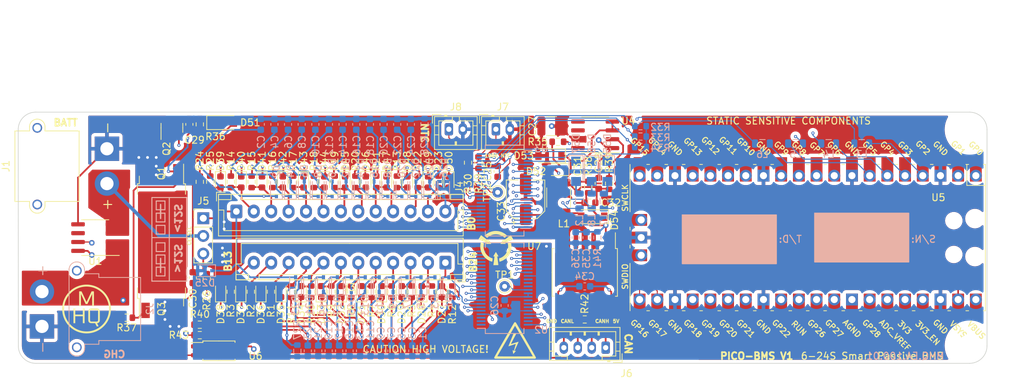
<source format=kicad_pcb>
(kicad_pcb (version 20211014) (generator pcbnew)
  (layers (0 "F.Cu" signal) (1 "In1.Cu" signal) (2 "In2.Cu" signal) (31 "B.Cu" signal) (34 "B.Paste" user) (35 "F.Paste" user) (36 "B.SilkS" user "B.Silkscreen") (37 "F.SilkS" user "F.Silkscreen") (38 "B.Mask" user) (39 "F.Mask" user) (44 "Edge.Cuts" user))
  (net 0 "")
  (net 1 "GND1")
  (net 2 "V-")
  (net 3 "/LTCCS")
  (net 4 "/LTCDAT")
  (net 5 "/LTCCLK")
  (net 6 "/CSIN")
  (net 7 "/DATIN")
  (net 8 "/CLKMCU")
  (net 9 "/VT2")
  (net 10 "Net-(D55-Pad2)")
  (net 11 "/GPIO1L")
  (net 12 "/GPIO2L")
  (net 13 "/DATOUT")
  (net 14 "/P+")
  (net 15 "/B+")
  (net 16 "/GATE")
  (net 17 "Net-(C25-Pad1)")
  (net 18 "Net-(C26-Pad1)")
  (net 19 "Net-(C28-Pad1)")
  (net 20 "Net-(C28-Pad2)")
  (net 22 "Net-(C31-Pad2)")
  (net 23 "Net-(C34-Pad1)")
  (net 24 "Net-(C34-Pad2)")
  (net 25 "Net-(D27-Pad1)")
  (net 26 "/Cell24")
  (net 27 "Net-(D28-Pad2)")
  (net 28 "Net-(D28-Pad1)")
  (net 29 "Net-(D29-Pad2)")
  (net 30 "Net-(D29-Pad1)")
  (net 32 "/C24")
  (net 33 "/C23")
  (net 34 "/C22")
  (net 35 "/C21")
  (net 36 "/C12")
  (net 37 "/C20")
  (net 38 "/C11")
  (net 39 "/C19")
  (net 40 "/C10")
  (net 41 "/C18")
  (net 42 "/C9")
  (net 43 "/C17")
  (net 44 "/C8")
  (net 45 "/C16")
  (net 46 "/C7")
  (net 47 "/C15")
  (net 48 "/C6")
  (net 49 "/C14")
  (net 50 "/C5")
  (net 51 "/C13")
  (net 52 "/C4")
  (net 53 "/C3")
  (net 54 "/C2")
  (net 55 "/C1")
  (net 56 "Net-(D30-Pad2)")
  (net 57 "Net-(D30-Pad1)")
  (net 58 "Net-(D31-Pad2)")
  (net 59 "Net-(D31-Pad1)")
  (net 60 "Net-(D32-Pad1)")
  (net 61 "Net-(D32-Pad2)")
  (net 62 "Net-(D33-Pad1)")
  (net 63 "Net-(D33-Pad2)")
  (net 64 "Net-(D34-Pad1)")
  (net 65 "Net-(D34-Pad2)")
  (net 66 "Net-(D35-Pad1)")
  (net 67 "Net-(D35-Pad2)")
  (net 68 "Net-(D36-Pad2)")
  (net 69 "Net-(D36-Pad1)")
  (net 70 "Net-(D37-Pad2)")
  (net 71 "Net-(D37-Pad1)")
  (net 72 "Net-(D38-Pad2)")
  (net 73 "Net-(D38-Pad1)")
  (net 74 "Net-(D39-Pad1)")
  (net 75 "Net-(D40-Pad2)")
  (net 76 "/C0")
  (net 77 "/CTX")
  (net 78 "/CRX")
  (net 79 "Net-(D40-Pad1)")
  (net 80 "/CANH")
  (net 81 "/CANL")
  (net 82 "/C12+")
  (net 83 "/C24+")
  (net 84 "Net-(D41-Pad2)")
  (net 85 "Net-(D41-Pad1)")
  (net 86 "/P-")
  (net 87 "Net-(D42-Pad1)")
  (net 88 "/GPIO1H")
  (net 89 "Net-(D42-Pad2)")
  (net 90 "/GPIO2H")
  (net 91 "/3V3")
  (net 92 "Net-(D43-Pad1)")
  (net 93 "Net-(D43-Pad2)")
  (net 94 "/CHGSNS")
  (net 95 "Net-(D44-Pad2)")
  (net 96 "Net-(D44-Pad1)")
  (net 97 "/MEASC")
  (net 98 "Net-(D45-Pad1)")
  (net 99 "Net-(D45-Pad2)")
  (net 100 "Net-(C29-Pad1)")
  (net 101 "Net-(D46-Pad1)")
  (net 102 "Net-(C32-Pad1)")
  (net 103 "Net-(D46-Pad2)")
  (net 104 "Net-(C29-Pad2)")
  (net 105 "/VSYS")
  (net 106 "Net-(D47-Pad1)")
  (net 107 "Net-(D47-Pad2)")
  (net 108 "Net-(D48-Pad1)")
  (net 109 "Net-(D48-Pad2)")
  (net 110 "Net-(D49-Pad1)")
  (net 111 "Net-(D49-Pad2)")
  (net 112 "Net-(D50-Pad2)")
  (net 113 "Net-(D50-Pad1)")
  (net 114 "Net-(D52-Pad1)")
  (net 115 "Net-(R25-Pad1)")
  (net 116 "Net-(R26-Pad1)")
  (net 117 "Net-(R43-Pad2)")
  (net 118 "Net-(TP1-Pad1)")
  (net 119 "Net-(D56-Pad2)")
  (net 147 "Net-(Q1-Pad2)")
  (net 149 "/VT1")
  (net 150 "Net-(D57-Pad2)")
  (net 151 "Net-(L2-Pad1)")
  (net 152 "Net-(L3-Pad2)")
  (net 153 "Net-(L4-Pad2)")
  (net 154 "Net-(L5-Pad2)")
  (net 155 "Net-(L6-Pad2)")
  (net 156 "Net-(L7-Pad1)")
  (net 157 "Net-(L8-Pad1)")
  (net 158 "/VREF")
  (footprint "Capacitor_SMD:C_0603_1608Metric" (layer "F.Cu") (at 94.75 78.75 -90)
    (fp_text reference "C30")
    (fp_text value "100n")
  )
  (footprint "Resistor_SMD:R_0603_1608Metric" (layer "F.Cu") (at 132 80.77 -90)
    (fp_text reference "R12")
    (fp_text value "100")
  )
  (footprint "Package_SO:SOIC-8_3.9x4.9mm_P1.27mm" (layer "F.Cu") (at 152.5 58.25 180)
    (fp_text reference "U4")
    (fp_text value "MP9488GS")
  )
  (footprint "LED_SMD:LED_0603_1608Metric" (layer "F.Cu") (at 101.636362 80.75 90)
    (fp_text reference "D37")
    (fp_text value "LED")
  )
  (footprint "Resistor_SMD:R_0603_1608Metric" (layer "F.Cu") (at 118.09 65 -90)
    (fp_text reference "R20")
    (fp_text value "100")
  )
  (footprint "LOGO" (layer "F.Cu") (at 138.25 74.5)
    (fp_text reference "G***" hide)
    (fp_text value "LOGO" hide)
  )
  (footprint "Resistor_SMD:R_0603_1608Metric" (layer "F.Cu") (at 95.75 56.75 -90)
    (fp_text reference "R36")
    (fp_text value "1M")
  )
  (footprint "Capacitor_SMD:C_1210_3225Metric" (layer "F.Cu") (at 146.25 57)
    (fp_text reference "C27")
    (fp_text value "10u")
  )
  (footprint "LED_SMD:LED_0603_1608Metric" (layer "F.Cu") (at 110.64 65.02 -90)
    (fp_text reference "D43")
    (fp_text value "LED")
  )
  (footprint "Resistor_SMD:R_0603_1608Metric" (layer "F.Cu") (at 115.11 65 -90)
    (fp_text reference "R19")
    (fp_text value "100")
  )
  (footprint "Resistor_SMD:R_0603_1608Metric" (layer "F.Cu") (at 100.193181 80.77 90)
    (fp_text reference "R3")
    (fp_text value "100")
  )
  (footprint "LOGO" (layer "F.Cu") (at 79.5 83.25)
    (fp_text reference "G***" hide)
    (fp_text value "LOGO" hide)
  )
  (footprint "Capacitor_SMD:C_0603_1608Metric" (layer "F.Cu") (at 138.5 63.5 90)
    (fp_text reference "C25")
    (fp_text value "1u")
  )
  (footprint "Resistor_SMD:R_0603_1608Metric" (layer "F.Cu") (at 103.19 65 -90)
    (fp_text reference "R15")
    (fp_text value "100")
  )
  (footprint "Package_TO_SOT_SMD:SOT-23" (layer "F.Cu") (at 91.75 57.25 90)
    (fp_text reference "Q2")
    (fp_text value "AO3401A")
  )
  (footprint "Package_SO:SOP-4_4.4x2.6mm_P1.27mm" (layer "F.Cu") (at 98.5 89.25)
    (fp_text reference "U6")
    (fp_text value "TCMT1100")
  )
  (footprint "Package_SO:SOIC-8_3.9x4.9mm_P1.27mm" (layer "F.Cu") (at 80.75 73 180)
    (fp_text reference "U1")
    (fp_text value "TMCS1108A3UQDT")
  )
  (footprint "Package_TO_SOT_SMD:TO-252-2" (layer "F.Cu") (at 90.25 79.25 90)
    (fp_text reference "Q3")
    (fp_text value "RD3S100CNTL1")
  )
  (footprint "Resistor_SMD:R_0603_1608Metric" (layer "F.Cu") (at 121.07 65 -90)
    (fp_text reference "R21")
    (fp_text value "100")
  )
  (footprint "Connector_AMASS:AMASS_XT30PW-M_1x02_P2.50mm_Horizontal" (layer "F.Cu") (at 82.425 60.25 90)
    (fp_text reference "J1")
    (fp_text value "XT30PW-M")
  )
  (footprint "LOGO" (layer "F.Cu") (at 141 87.75)
    (fp_text reference "G***" hide)
    (fp_text value "LOGO" hide)
  )
  (footprint "Connector_PinHeader_2.54mm:PinHeader_1x03_P2.54mm_Vertical" (layer "F.Cu") (at 96.25 70.225)
    (fp_text reference "J5")
    (fp_text value "10129378-903004BLF")
  )
  (footprint "Resistor_SMD:R_0603_1608Metric" (layer "F.Cu") (at 95.75 87)
    (fp_text reference "R43")
    (fp_text value "2400")
  )
  (footprint "Connector_JST:JST_XH_B12B-XH-A_1x12_P2.50mm_Vertical" (layer "F.Cu") (at 131 76.6 180)
    (fp_text reference "J3")
    (fp_text value "B12B-XH-A(LF)(SN)")
  )
  (footprint "Resistor_SMD:R_0603_1608Metric" (layer "F.Cu") (at 135.75 62.25 -90)
    (fp_text reference "R29")
    (fp_text value "100k")
  )
  (footprint "LED_SMD:LED_0603_1608Metric" (layer "F.Cu") (at 130.499982 80.75 90)
    (fp_text reference "D27")
    (fp_text value "LED")
  )
  (footprint "Package_SO:SOP-8_6.62x9.15mm_P2.54mm" (layer "F.Cu") (at 151 78 -90)
    (fp_text reference "U7")
    (fp_text value "ISO1050DUB")
  )
  (footprint "Resistor_SMD:R_0603_1608Metric" (layer "F.Cu") (at 130.01 65 -90)
    (fp_text reference "R23")
    (fp_text value "100")
  )
  (footprint "Resistor_SMD:R_0603_1608Metric" (layer "F.Cu") (at 103.079543 80.77 90)
    (fp_text reference "R2")
    (fp_text value "100")
  )
  (footprint "LED_SMD:LED_0603_1608Metric" (layer "F.Cu") (at 113.62 65.02 -90)
    (fp_text reference "D44")
    (fp_text value "LED")
  )
  (footprint "Resistor_SMD:R_0603_1608Metric" (layer "F.Cu") (at 105.965905 80.77 90)
    (fp_text reference "R1")
    (fp_text value "100")
  )
  (footprint "Diode_SMD:D_SOD-123" (layer "F.Cu") (at 99 56.5)
    (fp_text reference "D51")
    (fp_text value "MMSZ5255BQ-7-F")
  )
  (footprint "LED_SMD:LED_0603_1608Metric" (layer "F.Cu") (at 116.068172 80.75 90)
    (fp_text reference "D32")
    (fp_text value "LED")
  )
  (footprint "Resistor_SMD:R_0603_1608Metric" (layer "F.Cu") (at 97.25 65 -90)
    (fp_text reference "R25")
    (fp_text value "100")
  )
  (footprint "Resistor_SMD:R_0603_1608Metric" (layer "F.Cu") (at 154.5 65.25 -90)
    (fp_text reference "R39")
    (fp_text value "5000")
  )
  (footprint "Package_TO_SOT_SMD:TO-252-2" (layer "F.Cu") (at 90.25 67.75 -90)
    (fp_text reference "Q1")
    (fp_text value "RD3S100CNTL1")
  )
  (footprint "Connector_JST:JST_PH_B2B-PH-K_1x02_P2.00mm_Vertical" (layer "F.Cu") (at 138.25 57.45)
    (fp_text reference "J7")
    (fp_text value "B2B-PH-K-S(LF)(SN)")
  )
  (footprint "LED_SMD:LED_0603_1608Metric" (layer "F.Cu") (at 128.52 65.02 -90)
    (fp_text reference "D49")
    (fp_text value "LED")
  )
  (footprint "LED_SMD:LED_0603_1608Metric" (layer "F.Cu") (at 124.727258 80.75 90)
    (fp_text reference "D29")
    (fp_text value "LED")
  )
  (footprint "Resistor_SMD:R_0603_1608Metric" (layer "F.Cu") (at 111.738629 80.77 90)
    (fp_text reference "R10")
    (fp_text value "100")
  )
  (footprint "LED_SMD:LED_0603_1608Metric" (layer "F.Cu") (at 118.954534 80.75 90)
    (fp_text reference "D31")
    (fp_text value "LED")
  )
  (footprint "Resistor_SMD:R_0603_1608Metric" (layer "F.Cu") (at 147.15 59.25 180)
    (fp_text reference "R35")
    (fp_text value "10000")
  )
  (footprint "MountingHole:MountingHole_3.2mm_M3" (layer "F.Cu") (at 206.25 57.5)
    (fp_text reference "MH1" hide)
    (fp_text value "TestPoint")
  )
  (footprint "MCU_RaspberryPi_and_Boards:RPi_Pico_SMD_TH" (layer "F.Cu") (at 183 73 -90)
    (fp_text reference "U5")
    (fp_text value "Pico")
  )
  (footprint "LED_SMD:LED_0603_1608Metric" (layer "F.Cu") (at 121.840896 80.75 90)
    (fp_text reference "D30")
    (fp_text value "LED")
  )
  (footprint "Resistor_SMD:R_0603_1608Metric" (layer "F.Cu") (at 106.17 65 -90)
    (fp_text reference "R16")
    (fp_text value "100")
  )
  (footprint "Resistor_SMD:R_0603_1608Metric" (layer "F.Cu") (at 151.5 65.75 90)
    (fp_text reference "R38")
    (fp_text value "4700")
  )
  (footprint "Resistor_SMD:R_0603_1608Metric" (layer "F.Cu") (at 124.05 65 -90)
    (fp_text reference "R13")
    (fp_text value "100")
  )
  (footprint "LED_SMD:LED_0603_1608Metric" (layer "F.Cu") (at 131.5 65.02 -90)
    (fp_text reference "D50")
    (fp_text value "LED")
  )
  (footprint "Diode_SMD:D_SOD-123" (layer "F.Cu") (at 146 61.25 180)
    (fp_text reference "D53")
    (fp_text value "ES1JFL")
  )
  (footprint "Resistor_SMD:R_0603_1608Metric" (layer "F.Cu") (at 114.624991 80.77 90)
    (fp_text reference "R9")
    (fp_text value "100")
  )
  (footprint "TestPoint:TestPoint_THTPad_D1.5mm_Drill0.7mm" (layer "F.Cu") (at 139.5 80)
    (fp_text reference "TP1")
    (fp_text value "TestPoint")
  )
  (footprint "LED_SMD:LED_0603_1608Metric" (layer "F.Cu") (at 119.58 65.02 -90)
    (fp_text reference "D46")
    (fp_text value "LED")
  )
  (footprint "Diode_SMD:D_SOD-123" (layer "F.Cu") (at 152.15 70 180)
    (fp_text reference "D54")
    (fp_text value "RS1JFP")
  )
  (footprint "Resistor_SMD:R_0603_1608Metric" (layer "F.Cu") (at 123.284077 80.77 90)
    (fp_text reference "R6")
    (fp_text value "100")
  )
  (footprint "Connector_JST:JST_PH_B4B-PH-K_1x04_P2.00mm_Vertical" (layer "F.Cu") (at 154 88.8 180)
    (fp_text reference "J6")
    (fp_text value "B4B-PH-K-S(LF)(SN)")
  )
  (footprint "LED_SMD:LED_0603_1608Metric" (layer "F.Cu") (at 110.295448 80.75 90)
    (fp_text reference "D34")
    (fp_text value "LED")
  )
  (footprint "LED_SMD:LED_0603_1608Metric" (layer "F.Cu") (at 122.56 65.02 -90)
    (fp_text reference "D47")
    (fp_text value "LED")
  )
  (footprint "Inductor_SMD:L_1812_4532Metric" (layer "F.Cu") (at 147.25 67.25 -90)
    (fp_text reference "L1")
    (fp_text value "1m")
  )
  (footprint "Resistor_SMD:R_0603_1608Metric" (layer "F.Cu") (at 151 84.75)
    (fp_text reference "R42")
    (fp_text value "120")
  )
  (footprint "Resistor_SMD:R_0603_1608Metric" (layer "F.Cu") (at 126.170439 80.77 90)
    (fp_text reference "R5")
    (fp_text value "100")
  )
  (footprint "Resistor_SMD:R_0603_1608Metric" (layer "F.Cu") (at 117.511353 80.77 90)
    (fp_text reference "R8")
    (fp_text value "100")
  )
  (footprint "Resistor_SMD:R_0603_1608Metric" (layer "F.Cu") (at 112.13 65 -90)
    (fp_text reference "R18")
    (fp_text value "100")
  )
  (footprint "Resistor_SMD:R_0603_1608Metric" (layer "F.Cu") (at 120.397715 80.77 90)
    (fp_text reference "R7")
    (fp_text value "100")
  )
  (footprint "Resistor_SMD:R_0603_1608Metric" (layer "F.Cu") (at 96.75 79 90)
    (fp_text reference "R26")
    (fp_text value "100")
  )
  (footprint "LED_SMD:LED_0603_1608Metric" (layer "F.Cu") (at 125.54 65.02 -90)
    (fp_text reference "D48")
    (fp_text value "LED")
  )
  (footprint "LED_SMD:LED_0603_1608Metric" (layer "F.Cu") (at 104.68 65.02 -90)
    (fp_text reference "D41")
    (fp_text value "LED")
  )
  (footprint "Resistor_SMD:R_0603_1608Metric" (layer "F.Cu") (at 100.21 65 -90)
    (fp_text reference "R14")
    (fp_text value "100")
  )
  (footprint "Resistor_SMD:R_0603_1608Metric" (layer "F.Cu") (at 108.852267 80.77 90)
    (fp_text reference "R11")
    (fp_text value "100")
  )
  (footprint "Resistor_SMD:R_0603_1608Metric" (layer "F.Cu") (at 129.056801 80.77 90)
    (fp_text reference "R4")
    (fp_text value "100")
  )
  (footprint "Capacitor_SMD:CP_Elec_5x5.4" (layer "F.Cu") (at 142.5 67.5 90)
    (fp_text reference "C33")
    (fp_text value "100u")
  )
  (footprint "Resistor_SMD:R_0603_1608Metric" (layer "F.Cu") (at 109.15 65 -90)
    (fp_text reference "R17")
    (fp_text value "100")
  )
  (footprint "LED_SMD:LED_0603_1608Metric" (layer "F.Cu") (at 107.66 65.02 -90)
    (fp_text reference "D42")
    (fp_text value "LED")
  )
  (footprint "LED_SMD:LED_0603_1608Metric" (layer "F.Cu") (at 113.18181 80.75 90)
    (fp_text reference "D33")
    (fp_text value "LED")
  )
  (footprint "Capacitor_SMD:C_0603_1608Metric" (layer "F.Cu") (at 94.25 56.75 90)
    (fp_text reference "C29")
    (fp_text value "1n")
  )
  (footprint "Resistor_SMD:R_0603_1608Metric" (layer "F.Cu") (at 127.03 65 -90)
    (fp_text reference "R22")
    (fp_text value "100")
  )
  (footprint "Resistor_SMD:R_0603_1608Metric" (layer "F.Cu") (at 85.25 84.5 180)
    (fp_text reference "R37")
    (fp_text value "1M")
  )
  (footprint "LED_SMD:LED_0603_1608Metric" (layer "F.Cu") (at 116.6 65.02 -90)
    (fp_text reference "D45")
    (fp_text value "LED")
  )
  (footprint "LED_SMD:LED_0603_1608Metric" (layer "F.Cu") (at 104.522724 80.75 90)
    (fp_text reference "D36")
    (fp_text value "LED")
  )
  (footprint "Resistor_SMD:R_0603_1608Metric" (layer "F.Cu") (at 95.75 65 -90)
    (fp_text reference "R24")
    (fp_text value "100")
  )
  (footprint "Capacitor_SMD:C_0603_1608Metric" (layer "F.Cu") (at 150 65.75 90)
    (fp_text reference "C31")
    (fp_text value "470p")
  )
  (footprint "Capacitor_SMD:C_0603_1608Metric" (layer "F.Cu") (at 151.75 68)
    (fp_text reference "C32")
    (fp_text value "220n")
  )
  (footprint "MountingHole:MountingHole_3.2mm_M3" (layer "F.Cu") (at 73.25 73.5)
    (fp_text reference "MH2" hide)
    (fp_text value "TestPoint")
  )
  (footprint "LED_SMD:LED_0603_1608Metric" (layer "F.Cu") (at 98.72 65.02 -90)
    (fp_text reference "D39")
    (fp_text value "LED")
  )
  (footprint "TestPoint:TestPoint_THTPad_D1.5mm_Drill0.7mm" (layer "F.Cu") (at 138.5 66.5)
    (fp_text reference "TP2")
    (fp_text value "TestPoint")
  )
  (footprint "MountingHole:MountingHole_3.2mm_M3" (layer "F.Cu") (at 206.25 88.5)
    (fp_text reference "MH3" hide)
    (fp_text value "TestPoint")
  )
  (footprint "LED_SMD:LED_0603_1608Metric" (layer "F.Cu") (at 127.61362 80.75 90)
    (fp_text reference "D28")
    (fp_text value "LED")
  )
  (footprint "Connector_JST:JST_XH_B13B-XH-A_1x13_P2.50mm_Vertical" (layer "F.Cu") (at 101 69.25)
    (fp_text reference "J4")
    (fp_text value "B13B-XH-A(LF)(SN)")
  )
  (footprint "Diode_SMD:D_SOD-323" (layer "F.Cu") (at 147.25 63.25 180)
    (fp_text reference "D52")
    (fp_text value "1N4148")
  )
  (footprint "Capacitor_SMD:C_0603_1608Metric" (layer "F.Cu") (at 153 65.225 -90)
    (fp_text reference "C28")
    (fp_text value "2u2")
  )
  (footprint "LED_SMD:LED_0603_1608Metric" (layer "F.Cu") (at 107.409086 80.75 90)
    (fp_text reference "D35")
    (fp_text value "LED")
  )
  (footprint "Resistor_SMD:R_0603_1608Metric" (layer "F.Cu") (at 134.25 62.25 -90)
    (fp_text reference "R30")
    (fp_text value "100k")
  )
  (footprint "Connector_JST:JST_PH_B2B-PH-K_1x02_P2.00mm_Vertical" (layer "F.Cu") (at 131.5 57.45)
    (fp_text reference "J8")
    (fp_text value "B2B-PH-K-S(LF)(SN)")
  )
  (footprint "LED_SMD:LED_0603_1608Metric" (layer "F.Cu") (at 98.75 80.75 90)
    (fp_text reference "D38")
    (fp_text value "LED")
  )
  (footprint "Resistor_SMD:R_0603_1608Metric" (layer "F.Cu") (at 95.75 85.5 180)
    (fp_text reference "R40")
    (fp_text value "10000")
  )
  (footprint "LED_SMD:LED_0603_1608Metric" (layer "F.Cu") (at 101.7 65.02 -90)
    (fp_text reference "D40")
    (fp_text value "LED")
  )
  (footprint "Capacitor_SMD:C_0603_1608Metric" (layer "B.Cu") (at 118.75 89.25 -90)
    (fp_text reference "C13")
    (fp_text value "1u")
  )
  (footprint "Diode_SMD:D_SOD-323" (layer "B.Cu") (at 118.75 66 90)
    (fp_text reference "D14")
    (fp_text value "7V")
  )
  (footprint "Diode_SMD:D_SOD-323" (layer "B.Cu") (at 96.5 77.75 180)
    (fp_text reference "D25")
    (fp_text value "PDZ7.5B")
  )
  (footprint "Inductor_SMD:L_0805_2012Metric" (layer "B.Cu") (at 150.25 67.75 90)
    (fp_text reference "L2")
    (fp_text value "74476410")
  )
  (footprint "Diode_SMD:D_SOD-323" (layer "B.Cu") (at 115.5 79.75 90)
    (fp_text reference "D17")
    (fp_text value "7V")
  )
  (footprint "Resistor_SMD:R_0603_1608Metric" (layer "B.Cu") (at 159 57 180)
    (fp_text reference "R32")
    (fp_text value "1M")
  )
  (footprint "Diode_SMD:D_SOD-323" (layer "B.Cu") (at 122.75 66 90)
    (fp_text reference "D18")
    (fp_text value "7V")
  )
  (footprint "Diode_SMD:D_SOD-323" (layer "B.Cu") (at 128.75 66 90)
    (fp_text reference "D24")
    (fp_text value "7V")
  )
  (footprint "Inductor_SMD:L_0805_2012Metric" (layer "B.Cu") (at 181.25 59.5 180)
    (fp_text reference "L5")
    (fp_text value "74476410")
  )
  (footprint "Diode_SMD:D_SOD-323" (layer "B.Cu") (at 119.5 79.75 90)
    (fp_text reference "D13")
    (fp_text value "7V")
  )
  (footprint "Resistor_SMD:R_0603_1608Metric" (layer "B.Cu") (at 159 60 180)
    (fp_text reference "R34")
    (fp_text value "1M")
  )
  (footprint "Resistor_SMD:R_0603_1608Metric" (layer "B.Cu") (at 109.75 89.25 90)
    (fp_text reference "R27")
    (fp_text value "0")
  )
  (footprint "Capacitor_SMD:C_0603_1608Metric" (layer "B.Cu") (at 122.124997 56.75 90)
    (fp_text reference "C20")
    (fp_text value "1u")
  )
  (footprint "Diode_SMD:D_SOD-323" (layer "B.Cu") (at 129.5 79.75 90)
    (fp_text reference "D3")
    (fp_text value "7V")
  )
  (footprint "Capacitor_SMD:C_0603_1608Metric" (layer "B.Cu") (at 114.25 89.25 -90)
    (fp_text reference "C19")
    (fp_text value "1u")
  )
  (footprint "Capacitor_SMD:C_0603_1608Metric" (layer "B.Cu") (at 124.75 89.25 -90)
    (fp_text reference "C5")
    (fp_text value "1u")
  )
  (footprint "Diode_SMD:D_SOD-323" (layer "B.Cu") (at 112.75 66 90)
    (fp_text reference "D8")
    (fp_text value "7V")
  )
  (footprint "Diode_SMD:D_SOD-323" (layer "B.Cu") (at 123.5 79.75 90)
    (fp_text reference "D9")
    (fp_text value "7V")
  )
  (footprint "Capacitor_SMD:C_0603_1608Metric" (layer "B.Cu") (at 110.374999 56.75 90)
    (fp_text reference "C8")
    (fp_text value "1u")
  )
  (footprint "Connector_AMASS:AMASS_XT30PW-F_1x02_P2.50mm_Horizontal" (layer "B.Cu") (at 73.1 85.75 90)
    (fp_text reference "J2")
    (fp_text value "XT30PW-F")
  )
  (footprint "Capacitor_SMD:C_0603_1608Metric" (layer "B.Cu") (at 139.5 82.75 -90)
    (fp_text reference "C26")
    (fp_text value "1u")
  )
  (footprint "Capacitor_SMD:C_0603_1608Metric" (layer "B.Cu") (at 118.208331 56.75 90)
    (fp_text reference "C16")
    (fp_text value "1u")
  )
  (footprint "Diode_SMD:D_SOD-323" (layer "B.Cu") (at 110.75 66 90)
    (fp_text reference "D6")
    (fp_text value "7V")
  )
  (footprint "Diode_SMD:D_SOD-323" (layer "B.Cu") (at 131.5 79.75 90)
    (fp_text reference "D1")
    (fp_text value "7V")
  )
  (footprint "Capacitor_SMD:C_0603_1608Metric" (layer "B.Cu") (at 111.25 89.25 -90)
    (fp_text reference "C23")
    (fp_text value "1u")
  )
  (footprint "Capacitor_SMD:C_0603_1608Metric" (layer "B.Cu") (at 108.416666 56.75 90)
    (fp_text reference "C6")
    (fp_text value "1u")
  )
  (footprint "Inductor_SMD:L_0805_2012Metric" (layer "B.Cu") (at 190.75 59.5)
    (fp_text reference "L3")
    (fp_text value "74476410")
  )
  (footprint "Package_SO:SSOP-44_5.3x12.8mm_P0.5mm" (layer "B.Cu") (at 139.5 66.25 180)
    (fp_text reference "U3")
    (fp_text value "LTC6803IG-3#3ZZPBF")
  )
  (footprint "Diode_SMD:D_SOD-323" (layer "B.Cu") (at 117.5 79.75 90)
    (fp_text reference "D15")
    (fp_text value "7V")
  )
  (footprint "Capacitor_SMD:C_0603_1608Metric" (layer "B.Cu") (at 151 80 180)
    (fp_text reference "C34")
    (fp_text value "100n")
  )
  (footprint "Capacitor_SMD:C_0603_1608Metric" (layer "B.Cu") (at 106.458333 56.75 90)
    (fp_text reference "C4")
    (fp_text value "1u")
  )
  (footprint "Resistor_SMD:R_0603_1608Metric" (layer "B.Cu") (at 159 58.5 180)
    (fp_text reference "R33")
    (fp_text value "1M")
  )
  (footprint "Inductor_SMD:L_0805_2012Metric" (layer "B.Cu") (at 152 67.75 90)
    (fp_text reference "L8")
    (fp_text value "74476410")
  )
  (footprint "Inductor_SMD:L_0805_2012Metric" (layer "B.Cu") (at 186 59.5)
    (fp_text reference "L4")
    (fp_text value "74476410")
  )
  (footprint "Capacitor_SMD:C_0603_1608Metric" (layer "B.Cu") (at 126.25 89.25 -90)
    (fp_text reference "C3")
    (fp_text value "1u")
  )
  (footprint "Capacitor_SMD:C_0603_1608Metric" (layer "B.Cu") (at 151.254226 73 -90)
    (fp_text reference "C35")
    (fp_text value "1u")
  )
  (footprint "Diode_SMD:D_SOD-323" (layer "B.Cu") (at 109.5 79.75 90)
    (fp_text reference "D23")
    (fp_text value "7V")
  )
  (footprint "Diode_SMD:D_SMF" (layer "B.Cu") (at 152 63.5 -90)
    (fp_text reference "D56")
    (fp_text value "RS07J-GS18")
  )
  (footprint "Diode_SMD:D_SOD-323" (layer "B.Cu") (at 108.75 66 90)
    (fp_text reference "D4")
    (fp_text value "7V")
  )
  (footprint "Capacitor_SMD:C_0603_1608Metric" (layer "B.Cu") (at 104.5 56.75 90)
    (fp_text reference "C2")
    (fp_text value "1u")
  )
  (footprint "Capacitor_SMD:C_0603_1608Metric" (layer "B.Cu") (at 123.25 89.25 -90)
    (fp_text reference "C7")
    (fp_text value "1u")
  )
  (footprint "Diode_SMD:D_SOD-323" (layer "B.Cu") (at 116.75 66 90)
    (fp_text reference "D12")
    (fp_text value "7V")
  )
  (footprint "Capacitor_SMD:C_0603_1608Metric" (layer "B.Cu") (at 120.25 89.25 -90)
    (fp_text reference "C11")
    (fp_text value "1u")
  )
  (footprint "Diode_SMD:D_SMF" (layer "B.Cu") (at 154.25 63.5 -90)
    (fp_text reference "D55")
    (fp_text value "RS07J-GS18")
  )
  (footprint "Diode_SMD:D_SOD-323" (layer "B.Cu") (at 121.5 79.75 90)
    (fp_text reference "D11")
    (fp_text value "7V")
  )
  (footprint "Diode_SMD:D_SOD-323" (layer "B.Cu") (at 114.75 66 90)
    (fp_text reference "D10")
    (fp_text value "7V")
  )
  (footprint "Diode_SMD:D_SOD-323" (layer "B.Cu") (at 124.75 66 90)
    (fp_text reference "D20")
    (fp_text value "7V")
  )
  (footprint "Diode_SMD:D_SOD-323" (layer "B.Cu") (at 111.5 79.75 90)
    (fp_text reference "D21")
    (fp_text value "7V")
  )
  (footprint "Resistor_SMD:R_0603_1608Metric" (layer "B.Cu") (at 128 56.75 -90)
    (fp_text reference "R28")
    (fp_text value "0")
  )
  (footprint "Capacitor_SMD:C_0603_1608Metric" (layer "B.Cu") (at 114.291665 56.75 90)
    (fp_text reference "C12")
    (fp_text value "1u")
  )
  (footprint "Diode_SMD:D_SOD-323" (layer "B.Cu") (at 130.75 66 90)
    (fp_text reference "D26")
    (fp_text value "PDZ7.5B")
  )
  (footprint "Inductor_SMD:L_0805_2012Metric" (layer "B.Cu") (at 176.5 59.5)
    (fp_text reference "L6")
    (fp_text value "74476410")
  )
  (footprint "Capacitor_SMD:C_0603_1608Metric" (layer "B.Cu") (at 124.08333 56.75 90)
    (fp_text reference "C22")
    (fp_text value "1u")
  )
  (footprint "Diode_SMD:D_SOD-323" (layer "B.Cu") (at 126.75 66 90)
    (fp_text reference "D22")
    (fp_text value "7V")
  )
  (footprint "Capacitor_SMD:C_0603_1608Metric" (layer "B.Cu") (at 117.25 89.25 -90)
    (fp_text reference "C15")
    (fp_text value "1u")
  )
  (footprint "Package_SO:SSOP-44_5.3x12.8mm_P0.5mm" (layer "B.Cu") (at 139.5 80.25)
    (fp_text reference "U2")
    (fp_text value "LTC6803IG-3#3ZZPBF")
  )
  (footprint "Diode_SMD:D_SOD-323" (layer "B.Cu") (at 120.75 66 90)
    (fp_text reference "D16")
    (fp_text value "7V")
  )
  (footprint "Diode_SMD:D_SOD-323" (layer "B.Cu") (at 127.5 79.75 90)
    (fp_text reference "D5")
    (fp_text value "7V")
  )
  (footprint "Capacitor_SMD:C_0603_1608Metric" (layer "B.Cu") (at 127.75 89.25 -90)
    (fp_text reference "C1")
    (fp_text value "1u")
  )
  (footprint "Capacitor_SMD:C_0603_1608Metric" (layer "B.Cu") (at 115.75 89.25 -90)
    (fp_text reference "C17")
    (fp_text value "1u")
  )
  (footprint "Capacitor_SMD:C_0603_1608Metric" (layer "B.Cu") (at 112.75 89.25 -90)
    (fp_text reference "C21")
    (fp_text value "1u")
  )
  (footprint "Diode_SMD:D_SOD-323" (layer "B.Cu") (at 106.75 66 90)
    (fp_text reference "D2")
    (fp_text value "7V")
  )
  (footprint "Diode_SMD:D_SOD-323" (layer "B.Cu") (at 113.5 79.75 90)
    (fp_text reference "D19")
    (fp_text value "7V")
  )
  (footprint "Capacitor_SMD:C_0603_1608Metric" (layer "B.Cu") (at 121.75 89.25 -90)
    (fp_text reference "C9")
    (fp_text value "1u")
  )
  (footprint "Capacitor_SMD:C_0603_1608Metric" (layer "B.Cu") (at 149.7 73 -90)
    (fp_text reference "C36")
    (fp_text value "100n")
  )
  (footprint "Inductor_SMD:L_0805_2012Metric" (layer "B.Cu") (at 153.75 67.75 90)
    (fp_text reference "L7")
    (fp_text value "74476410")
  )
  (footprint "Capacitor_SMD:C_0603_1608Metric" (layer "B.Cu") (at 112.333332 56.75 90)
    (fp_text reference "C10")
    (fp_text value "1u")
  )
  (footprint "Diode_SMD:D_SOD-323" (layer "B.Cu") (at 125.5 79.75 90)
    (fp_text reference "D7")
    (fp_text value "7V")
  )
  (footprint "Capacitor_SMD:C_0603_1608Metric" (layer "B.Cu") (at 120.166664 56.75 90)
    (fp_text reference "C18")
    (fp_text value "1u")
  )
  (footprint "Capacitor_SMD:C_0603_1608Metric" (layer "B.Cu") (at 116.249998 56.75 90)
    (fp_text reference "C14")
    (fp_text value "1u")
  )
  (footprint "Capacitor_SMD:C_0603_1608Metric" (layer "B.Cu") (at 126.041663 56.75 90)
    (fp_text reference "C24")
    (fp_text value "1u")
  )
  (footprint "Diode_SMD:D_SMF" (layer "B.Cu") (at 149.75 63.5 -90)
    (fp_text reference "D57")
    (fp_text value "RS07J-GS18")
  )
  (footprint "Resistor_SMD:R_0603_1608Metric" (layer "B.Cu") (at 152.808452 73 -90)
    (fp_text reference "R41")
    (fp_text value "3000")
  )
  (gr_line (start 89.5 72.5) (end 89.5 71.25) (layer "B.SilkS") (width 0.15))
  (gr_line (start 89.5 71.25) (end 90.75 71.25) (layer "B.SilkS") (width 0.15))
  (gr_line (start 89.5 76.75) (end 89.5 75.5) (layer "B.SilkS") (width 0.15))
  (gr_line (start 88.875 79.25) (end 93.875 79.25) (layer "B.SilkS") (width 0.15))
  (gr_line (start 90.75 76.75) (end 89.5 76.75) (layer "B.SilkS") (width 0.15))
  (gr_line (start 90.75 70.75) (end 89.5 70.75) (layer "B.SilkS") (width 0.15))
  (gr_line (start 89.5 69) (end 89.5 67.75) (layer "B.SilkS") (width 0.15))
  (gr_line (start 90.125 68.25) (end 90.125 70.25) (layer "B.SilkS") (width 0.2))
  (gr_line (start 89.5 70.75) (end 89.5 69.5) (layer "B.SilkS") (width 0.15))
  (gr_line (start 89.5 69.5) (end 90.75 69.5) (layer "B.SilkS") (width 0.15))
  (gr_line (start 88.8904 73) (end 93.8596 73) (layer "B.SilkS") (width 0.15))
  (gr_line (start 88.875 79.25) (end 88.875 67.25) (layer "B.SilkS") (width 0.15))
  (gr_line (start 90.75 71.25) (end 90.75 72.5) (layer "B.SilkS") (width 0.15))
  (gr_line (start 89.5 77.25) (end 90.75 77.25) (layer "B.SilkS") (width 0.15))
  (gr_line (start 90.125 76) (end 90.125 78) (layer "B.SilkS") (width 0.2))
  (gr_line (start 89.5 67.75) (end 90.75 67.75) (layer "B.SilkS") (width 0.15))
  (gr_line (start 91.375 79.25) (end 91.375 67.25) (layer "B.SilkS") (width 0.15))
  (gr_line (start 90.75 72.5) (end 89.5 72.5) (layer "B.SilkS") (width 0.15))
  (gr_line (start 89.5 78.5) (end 89.5 77.25) (layer "B.SilkS") (width 0.15))
  (gr_line (start 93.875 79.25) (end 93.875 67.25) (layer "B.SilkS") (width 0.15))
  (gr_line (start 90.75 78.5) (end 89.5 78.5) (layer "B.SilkS") (width 0.15))
  (gr_rect (start 184 76.5) (end 197.5 69.5) (layer "B.SilkS") (width 0.15) (fill solid))
  (gr_line (start 90.75 75.5) (end 90.75 76.75) (layer "B.SilkS") (width 0.15))
  (gr_line (start 90.75 73.75) (end 90.75 75) (layer "B.SilkS") (width 0.15))
  (gr_line (start 90.75 69) (end 89.5 69) (layer "B.SilkS") (width 0.15))
  (gr_line (start 88.8904 67.25) (end 93.875 67.25) (layer "B.SilkS") (width 0.15))
  (gr_line (start 89.5 75.5) (end 90.75 75.5) (layer "B.SilkS") (width 0.15))
  (gr_line (start 90.75 75) (end 89.5 75) (layer "B.SilkS") (width 0.15))
  (gr_line (start 90.75 77.25) (end 90.75 78.5) (layer "B.SilkS") (width 0.15))
  (gr_line (start 90.75 67.75) (end 90.75 69) (layer "B.SilkS") (width 0.15))
  (gr_rect (start 165 76.75) (end 178.5 69.75) (layer "B.SilkS") (width 0.15) (fill solid))
  (gr_line (start 90.75 69.5) (end 90.75 70.75) (layer "B.SilkS") (width 0.15))
  (gr_line (start 89.5 75) (end 89.5 73.75) (layer "B.SilkS") (width 0.15))
  (gr_line (start 89.5 73.75) (end 90.75 73.75) (layer "B.SilkS") (width 0.15))
  (gr_arc (start 206.232233 55) (mid 208.000014 55.732239) (end 208.732233 57.5) (layer "Edge.Cuts") (width 0.1))
  (gr_arc (start 72.208884 91.045) (mid 70.441138 90.312755) (end 69.708884 88.545) (layer "Edge.Cuts") (width 0.1))
  (gr_arc (start 208.732233 88.545) (mid 208 90.312767) (end 206.232233 91.045) (layer "Edge.Cuts") (width 0.1))
  (gr_line (start 72.191117 55) (end 206.232233 55) (layer "Edge.Cuts") (width 0.1))
  (gr_arc (start 69.691117 57.5) (mid 70.42335 55.732233) (end 72.191117 55) (layer "Edge.Cuts") (width 0.1))
  (gr_line (start 69.708884 88.545) (end 69.691117 57.5) (layer "Edge.Cuts") (width 0.1))
  (gr_line (start 208.732233 88.545) (end 208.732233 57.5) (layer "Edge.Cuts") (width 0.1))
  (gr_line (start 72.208884 91.045) (end 206.232233 91.045) (layer "Edge.Cuts") (width 0.1))
  (gr_text ">12S" (at 92.625 76 -90) (layer "B.SilkS") (effects (font (size 1 1) (thickness 0.25)) (justify mirror)))
  (gr_text "CHG" (at 83.5 89.75) (layer "B.SilkS") (effects (font (size 1 1) (thickness 0.25)) (justify mirror)))
  (gr_text "T/D:" (at 180.5 73.222) (layer "B.SilkS") (effects (font (size 1 1)) (justify mirror)))
  (gr_text "MHQ.EA.100.01" (at 197 90) (layer "B.SilkS") (effects (font (size 1 1)) (justify mirror)))
  (gr_text "S/N:" (at 199.616 73.222) (layer "B.SilkS") (effects (font (size 1 1)) (justify mirror)))
  (gr_text "<12S" (at 92.625 70.25 -90) (layer "B.SilkS") (effects (font (size 1 1) (thickness 0.25)) (justify mirror)))
  (gr_text "PICO-BMS V1" (at 175.6744 90) (layer "F.SilkS") (effects (font (size 1 1) (thickness 0.25))))
  (gr_text "BATT" (at 76.5 56.5) (layer "F.SilkS") (effects (font (size 1 1) (thickness 0.25))))
  (gr_text "GND" (at 146.25 85) (layer "F.SilkS") (effects (font (size 0.5 0.5) (thickness 0.125))))
  (gr_text "CELSEL" (at 94.25 72.75 90) (layer "F.SilkS") (effects (font (size 0.5 0.5) (thickness 0.125))))
  (gr_text "B24" (at 135 76.5 90) (layer "F.SilkS") (effects (font (size 1 1) (thickness 0.25))))
  (gr_text "6-24S Smart Passive BMS" (at 192.25 90) (layer "F.SilkS") (effects (font (size 1 1))))
  (gr_text "5V" (at 155.5 85) (layer "F.SilkS") (effects (font (size 0.5 0.5) (thickness 0.125))))
  (gr_text "CAN" (at 157.25 88.25 270) (layer "F.SilkS") (effects (font (size 1 1) (thickness 0.25))))
  (gr_text "NTC" (at 128 58 270) (layer "F.SilkS") (effects (font (size 1 1) (thickness 0.25))))
  (gr_text "CAUTION HIGH VOLTAGE!" (at 128.173 89.02) (layer "F.SilkS") (effects (font (size 1 1))))
  (gr_text "STATIC SENSITIVE COMPONENTS" (at 180.25 56.25) (layer "F.SilkS") (effects (font (size 1 1))))
  (gr_text "B13" (at 99.8 76.4 90) (layer "F.SilkS") (effects (font (size 1 1) (thickness 0.25))))
  (gr_text "B0" (at 134.75 71 90) (layer "F.SilkS") (effects (font (size 1 1) (thickness 0.25))))
  (gr_text "CANL" (at 148.5 85) (layer "F.SilkS") (effects (font (size 0.5 0.5) (thickness 0.125))))
  (gr_text "100K NTC" (at 138.5 61.25) (layer "F.SilkS") (effects (font (size 0.5 0.5) (thickness 0.125))))
  (gr_text "CANH" (at 153.5 85) (layer "F.SilkS") (effects (font (size 0.5 0.5) (thickness 0.125))))
  (via (at 145.5 74.25) (size 0.8) (drill 0.4) (layers "F.Cu" "B.Cu") (net 1))
  (via (at 99 75.5) (size 0.8) (drill 0.4) (layers "F.Cu" "B.Cu") (net 1))
  (via (at 99 76.5) (size 0.8) (drill 0.4) (layers "F.Cu" "B.Cu") (net 1))
  (via (at 99 74.5) (size 0.8) (drill 0.4) (layers "F.Cu" "B.Cu") (net 1))
  (segment (start 139.525 83.5) (end 139.5 83.525) (width 0.15) (layer "B.Cu") (net 1))
  (segment (start 142.875 78.5) (end 144.5 78.5) (width 0.15) (layer "B.Cu") (net 1))
  (segment (start 142.875 83.5) (end 139.525 83.5) (width 0.15) (layer "B.Cu") (net 1))
  (segment (start 95.55 80.95) (end 95.55 78.775) (width 0.25) (layer "F.Cu") (net 2))
  (segment (start 94.75 65.5) (end 94.5 65.25) (width 0.25) (layer "F.Cu") (net 2))
  (segment (start 78.275 64.4) (end 82.425 60.25) (width 0.25) (layer "F.Cu") (net 2))
  (segment (start 77.898249 71.095) (end 78.275 71.095) (width 0.25) (layer "F.Cu") (net 2))
  (segment (start 95.55 78.775) (end 94.75 77.975) (width 0.25) (layer "F.Cu") (net 2))
  (segment (start 94.925 81.575) (end 95.55 80.95) (width 0.25) (layer "F.Cu") (net 2))
  (segment (start 95 77.975) (end 94.75 77.725) (width 0.25) (layer "F.Cu") (net 2))
  (segment (start 144.775 57.725) (end 144.75 57.75) (width 0.25) (layer "F.Cu") (net 2))
  (segment (start 78.275 71.095) (end 78.275 64.4) (width 0.25) (layer "F.Cu") (net 2))
  (segment (start 144.775 57.25) (end 144.775 57.725) (width 0.25) (layer "F.Cu") (net 2))
  (segment (start 94.75 77.725) (end 94.75 65.5) (width 0.25) (layer "F.Cu") (net 2))
  (segment (start 144.75 59.85) (end 144.75 57.025) (width 0.25) (layer "F.Cu") (net 2))
  (segment (start 94.925 85.5) (end 94.925 81.575) (width 0.25) (layer "F.Cu") (net 2))
  (segment (start 144.75 57.025) (end 144.775 57) (width 0.25) (layer "F.Cu") (net 2))
  (via (at 89.5 62.75) (size 0.8) (drill 0.4) (layers "F.Cu" "B.Cu") (net 2))
  (via (at 99.25 70.75) (size 0.8) (drill 0.4) (layers "F.Cu" "B.Cu") (net 2))
  (via (at 89.5 61.5) (size 0.8) (drill 0.4) (layers "F.Cu" "B.Cu") (net 2))
  (via (at 88.25 61.5) (size 0.8) (drill 0.4) (layers "F.Cu" "B.Cu") (net 2))
  (via (at 89.5 64) (size 0.8) (drill 0.4) (layers "F.Cu" "B.Cu") (net 2))
  (via (at 99.25 71.75) (size 0.8) (drill 0.4) (layers "F.Cu" "B.Cu") (net 2))
  (via (at 87 61.5) (size 0.8) (drill 0.4) (layers "F.Cu" "B.Cu") (net 2))
  (segment (start 136.125 68) (end 136 68) (width 0.15) (layer "B.Cu") (net 2))
  (segment (start 136.125 65) (end 134.75 65) (width 0.15) (layer "B.Cu") (net 2))
  (segment (start 136 68) (end 137.5 68) (width 0.15) (layer "B.Cu") (net 2))
  (segment (start 154.25 62.05) (end 152.85 60.65) (width 0.15) (layer "B.Cu") (net 3))
  (segment (start 143.225 60.65) (end 142.875 61) (width 0.15) (layer "B.Cu") (net 3))
  (segment (start 152.85 60.65) (end 143.225 60.65) (width 0.15) (layer "B.Cu") (net 3))
  (segment (start 150.95 61) (end 152 62.05) (width 0.15) (layer "B.Cu") (net 4))
  (segment (start 142.875 61.5) (end 148.25 61.5) (width 0.15) (layer "B.Cu") (net 4))
  (segment (start 148.75 61) (end 150.95 61) (width 0.15) (layer "B.Cu") (net 4))
  (segment (start 148.25 61.5) (end 148.75 61) (width 0.15) (layer "B.Cu") (net 4))
  (segment (start 149.75 62.05) (end 142.925 62.05) (width 0.15) (layer "B.Cu") (net 5))
  (segment (start 142.925 62.05) (end 142.875 62) (width 0.15) (layer "B.Cu") (net 5))
  (segment (start 156.675 55.5) (end 158.175 57) (width 0.15) (layer "B.Cu") (net 6))
  (segment (start 138.5 61) (end 144 55.5) (width 0.15) (layer "B.Cu") (net 6))
  (segment (start 158.175 57) (end 158.5 57) (width 0.15) (layer "B.Cu") (net 6))
  (segment (start 158.5 57) (end 159.25 56.25) (width 0.15) (layer "B.Cu") (net 6))
  (segment (start 159.25 56.25) (end 172.1875 56.25) (width 0.15) (layer "B.Cu") (net 6))
  (segment (start 136.0625 61) (end 138.5 61) (width 0.15) (layer "B.Cu") (net 6))
  (segment (start 172.1875 56.25) (end 175.4375 59.5) (width 0.15) (layer "B.Cu") (net 6))
  (segment (start 144 55.5) (end 156.675 55.5) (width 0.15) (layer "B.Cu") (net 6))
  (via (at 181.25 58.5) (size 0.45) (drill 0.2) (layers "F.Cu" "B.Cu") (net 7))
  (via (at 157.2125 57.5375) (size 0.45) (drill 0.2) (layers "F.Cu" "B.Cu") (net 7))
  (segment (start 157.2125 57.5375) (end 158.175 58.5) (width 0.15) (layer "B.Cu") (net 7))
  (segment (start 136.125 62) (end 138.207107 62) (width 0.15) (layer "B.Cu") (net 7))
  (segment (start 155.525 55.85) (end 157.2125 57.5375) (width 0.15) (layer "B.Cu") (net 7))
  (segment (start 138.207107 62) (end 144.357107 55.85) (width 0.15) (layer "B.Cu") (net 7))
  (segment (start 144.357107 55.85) (end 155.525 55.85) (width 0.15) (layer "B.Cu") (net 7))
  (segment (start 181.3125 58.5) (end 182.3125 59.5) (width 0.15) (layer "B.Cu") (net 7))
  (via (at 158.5 56) (size 0.45) (drill 0.2) (layers "F.Cu" "B.Cu") (net 8))
  (via (at 157.118894 58.953262) (size 0.45) (drill 0.2) (layers "F.Cu" "B.Cu") (net 8))
  (segment (start 138.202081 62.5) (end 136.125 62.5) (width 0.15) (layer "B.Cu") (net 8))
  (segment (start 144.502082 56.2) (end 138.202081 62.5) (width 0.15) (layer "B.Cu") (net 8))
  (segment (start 158.175 60) (end 157.118894 58.953262) (width 0.15) (layer "B.Cu") (net 8))
  (segment (start 158.5 56) (end 158.75 55.75) (width 0.15) (layer "B.Cu") (net 8))
  (segment (start 158.75 55.75) (end 188.0625 55.75) (width 0.15) (layer "B.Cu") (net 8))
  (segment (start 154.375 56.2) (end 144.502082 56.2) (width 0.15) (layer "B.Cu") (net 8))
  (segment (start 157.118894 58.953262) (end 154.375 56.2) (width 0.15) (layer "B.Cu") (net 8))
  (segment (start 188.0625 55.75) (end 189.6875 57.375) (width 0.15) (layer "B.Cu") (net 8))
  (segment (start 189.6875 57.375) (end 189.6875 59.5) (width 0.15) (layer "B.Cu") (net 8))
  (segment (start 135.5 62.25) (end 135.75 62) (width 0.15) (layer "F.Cu") (net 9))
  (segment (start 133.5 63.75) (end 133.5 62.5) (width 0.15) (layer "F.Cu") (net 9))
  (segment (start 133.75 62.25) (end 135.5 62.25) (width 0.15) (layer "F.Cu") (net 9))
  (segment (start 135.75 62) (end 135.75 61.425) (width 0.15) (layer "F.Cu") (net 9))
  (segment (start 134.5 66.5) (end 134.5 64.75) (width 0.15) (layer "F.Cu") (net 9))
  (segment (start 138.25 58.925) (end 138.25 57.45) (width 0.15) (layer "F.Cu") (net 9))
  (segment (start 134.5 64.75) (end 133.5 63.75) (width 0.15) (layer "F.Cu") (net 9))
  (segment (start 133.5 62.5) (end 133.75 62.25) (width 0.15) (layer "F.Cu") (net 9))
  (segment (start 135.75 61.425) (end 138.25 58.925) (width 0.15) (layer "F.Cu") (net 9))
  (via (at 134.5 66.5) (size 0.45) (drill 0.2) (layers "F.Cu" "B.Cu") (net 9))
  (segment (start 136.125 66.5) (end 134.5 66.5) (width 0.15) (layer "B.Cu") (net 9))
  (segment (start 154.25 64.95) (end 154.25 66.1875) (width 0.25) (layer "B.Cu") (net 10))
  (segment (start 154.25 66.1875) (end 153.75 66.6875) (width 0.25) (layer "B.Cu") (net 10))
  (via (at 141.198003 67.0005) (size 0.45) (drill 0.2) (layers "F.Cu" "B.Cu") (net 11))
  (via (at 137.297469 65.1505) (size 0.45) (drill 0.2) (layers "F.Cu" "B.Cu") (net 11))
  (segment (start 136.925 64) (end 136.125 64) (width 0.15) (layer "B.Cu") (net 11))
  (segment (start 137.025 64.878031) (end 137.025 64.1) (width 0.15) (layer "B.Cu") (net 11))
  (segment (start 137.025 64.1) (end 136.925 64) (width 0.15) (layer "B.Cu") (net 11))
  (segment (start 137.297469 65.1505) (end 137.025 64.878031) (width 0.15) (layer "B.Cu") (net 11))
  (via (at 137.375 63.625) (size 0.45) (drill 0.2) (layers "F.Cu" "B.Cu") (net 12))
  (segment (start 137.25 63.5) (end 137.375 63.625) (width 0.15) (layer "B.Cu") (net 12))
  (segment (start 136.125 63.5) (end 137.25 63.5) (width 0.15) (layer "B.Cu") (net 12))
  (segment (start 137.375 63.625) (end 137.5 63.75) (width 0.15) (layer "B.Cu") (net 12))
  (via (at 183.75 58) (size 0.45) (drill 0.2) (layers "F.Cu" "B.Cu") (net 13))
  (via (at 138 61.5) (size 0.45) (drill 0.2) (layers "F.Cu" "B.Cu") (net 13))
  (segment (start 183.75 58.3125) (end 183.75 58) (width 0.15) (layer "B.Cu") (net 13))
  (segment (start 184.9375 59.5) (end 183.75 58.3125) (width 0.15) (layer "B.Cu") (net 13))
  (segment (start 136.125 61.5) (end 138 61.5) (width 0.15) (layer "B.Cu") (net 13))
  (segment (start 94 87) (end 93.75 86.75) (width 0.2) (layer "F.Cu") (net 14))
  (segment (start 94.925 87) (end 94 87) (width 0.2) (layer "F.Cu") (net 14))
  (via (at 93.75 86.75) (size 0.8) (drill 0.4) (layers "F.Cu" "B.Cu") (net 14))
  (via (at 84.75 82) (size 0.8) (drill 0.4) (layers "F.Cu" "B.Cu") (net 14))
  (segment (start 147.725 57) (end 146.25 57) (width 0.5) (layer "F.Cu") (net 15))
  (via (at 146.25 57) (size 0.8) (drill 0.4) (layers "F.Cu" "B.Cu") (net 15))
  (segment (start 89.94 72.765) (end 82.425 65.25) (width 0.5) (layer "B.Cu") (net 15))
  (segment (start 96.25 72.765) (end 89.94 72.765) (width 0.5) (layer "B.Cu") (net 15))
  (segment (start 96.25 72.765) (end 96.25 72.5) (width 0.5) (layer "B.Cu") (net 15))
  (segment (start 92.75 58.2375) (end 92.7 58.1875) (width 0.25) (layer "F.Cu") (net 16))
  (segment (start 92.75 59.75) (end 92.75 58.2375) (width 0.25) (layer "F.Cu") (net 16))
  (via (at 92.75 59.75) (size 0.45) (drill 0.2) (layers "F.Cu" "B.Cu") (net 16))
  (segment (start 138.5 64.275) (end 138.5 64.5) (width 0.15) (layer "F.Cu") (net 17))
  (segment (start 138.5 64.275) (end 138.5 64.042893) (width 0.15) (layer "F.Cu") (net 17))
  (segment (start 138.5 64.042893) (end 140.25 62.292893) (width 0.15) (layer "F.Cu") (net 17))
  (segment (start 140.25 62.292893) (end 140.25 61.5) (width 0.15) (layer "F.Cu") (net 17))
  (via (at 140.25 61.5) (size 0.45) (drill 0.2) (layers "F.Cu" "B.Cu") (net 17))
  (segment (start 141.45 60.3) (end 140.25 61.5) (width 0.15) (layer "B.Cu") (net 17))
  (segment (start 139.25 62.5) (end 138.75 62.5) (width 0.15) (layer "B.Cu") (net 17))
  (segment (start 138.75 64.5) (end 138 65.25) (width 0.15) (layer "B.Cu") (net 17))
  (segment (start 136.125 63) (end 138.25 63) (width 0.15) (layer "B.Cu") (net 17))
  (segment (start 159.825 57) (end 159.825 60) (width 0.15) (layer "B.Cu") (net 17))
  (segment (start 137.6 65.65) (end 137.025 65.65) (width 0.15) (layer "B.Cu") (net 17))
  (segment (start 138.75 62.5) (end 138.75 63.5) (width 0.15) (layer "B.Cu") (net 17))
  (segment (start 159.825 60) (end 158.825 61) (width 0.15) (layer "B.Cu") (net 17))
  (segment (start 140.25 61.5) (end 139.25 62.5) (width 0.15) (layer "B.Cu") (net 17))
  (segment (start 137.025 65.65) (end 136.875 65.5) (width 0.15) (layer "B.Cu") (net 17))
  (segment (start 153.05 60.3) (end 141.45 60.3) (width 0.15) (layer "B.Cu") (net 17))
  (segment (start 153.75 61) (end 153.05 60.3) (width 0.15) (layer "B.Cu") (net 17))
  (segment (start 138 65.25) (end 137.6 65.65) (width 0.15) (layer "B.Cu") (net 17))
  (segment (start 136.875 65.5) (end 136.125 65.5) (width 0.15) (layer "B.Cu") (net 17))
  (segment (start 158.825 61) (end 153.75 61) (width 0.15) (layer "B.Cu") (net 17))
  (segment (start 138.75 63.325) (end 138.75 64.5) (width 0.15) (layer "B.Cu") (net 17))
  (segment (start 138.25 63) (end 138.75 62.5) (width 0.15) (layer "B.Cu") (net 17))
  (segment (start 142.875 81) (end 142.875 81.5) (width 0.15) (layer "B.Cu") (net 18))
  (segment (start 142.875 81.5) (end 139.975 81.5) (width 0.15) (layer "B.Cu") (net 18))
  (segment (start 139.975 81.5) (end 139.5 81.975) (width 0.15) (layer "B.Cu") (net 18))
  (segment (start 153 59) (end 154.155 60.155) (width 0.25) (layer "F.Cu") (net 19))
  (segment (start 154.155 60.155) (end 154.975 60.155) (width 0.25) (layer "F.Cu") (net 19))
  (segment (start 147.975 59.25) (end 148.55 59.25) (width 0.25) (layer "F.Cu") (net 19))
  (segment (start 153 64.45) (end 153 62.13) (width 0.25) (layer "F.Cu") (net 19))
  (segment (start 148.55 59.25) (end 148.8 59.5) (width 0.25) (layer "F.Cu") (net 19))
  (segment (start 153 62.13) (end 154.975 60.155) (width 0.25) (layer "F.Cu") (net 19))
  (via (at 148.8 59.5) (size 0.45) (drill 0.2) (layers "F.Cu" "B.Cu") (net 19))
  (via (at 153 59) (size 0.8) (drill 0.4) (layers "F.Cu" "B.Cu") (net 19))
  (segment (start 154.975 57.615) (end 153.135 57.615) (width 0.25) (layer "F.Cu") (net 20))
  (segment (start 153.135 57.615) (end 152 58.75) (width 0.25) (layer "F.Cu") (net 20))
  (segment (start 154.975 56.345) (end 154.975 57.615) (width 0.25) (layer "F.Cu") (net 20))
  (segment (start 152.713 65.98) (end 154.163 65.98) (width 0.25) (layer "F.Cu") (net 20))
  (segment (start 149 62.25) (end 149 63.75) (width 0.25) (layer "F.Cu") (net 20))
  (segment (start 150.5 65.75) (end 152.483 65.75) (width 0.25) (layer "F.Cu") (net 20))
  (segment (start 150.75 62) (end 149 62) (width 0.25) (layer "F.Cu") (net 20))
  (segment (start 152 60.75) (end 150.75 62) (width 0.25) (layer "F.Cu") (net 20))
  (segment (start 152.713 65.98) (end 152.713 67.68) (width 0.25) (layer "F.Cu") (net 20))
  (segment (start 146.9745 65.337) (end 146.75 65.1125) (width 0.25) (layer "F.Cu") (net 20))
  (segment (start 154.163 65.98) (end 154.213 66.03) (width 0.25) (layer "F.Cu") (net 20))
  (segment (start 149 63.75) (end 147.6375 65.1125) (width 0.25) (layer "F.Cu") (net 20))
  (segment (start 152.713 67.68) (end 152.738 67.705) (width 0.25) (layer "F.Cu") (net 20))
  (segment (start 152 58.75) (end 152 60.75) (width 0.25) (layer "F.Cu") (net 20))
  (segment (start 152.483 65.75) (end 152.713 65.98) (width 0.25) (layer "F.Cu") (net 20))
  (segment (start 149 62) (end 149 62.5) (width 0.25) (layer "F.Cu") (net 20))
  (segment (start 150.02 66.23) (end 150.5 65.75) (width 0.25) (layer "F.Cu") (net 20))
  (segment (start 148.25 61.25) (end 147.65 61.25) (width 0.25) (layer "F.Cu") (net 20))
  (segment (start 148.25 61.25) (end 149 62) (width 0.25) (layer "F.Cu") (net 20))
  (segment (start 148.913 65.43) (end 149.713 66.23) (width 0.25) (layer "F.Cu") (net 20))
  (segment (start 147.6375 65.1125) (end 147.25 65.1125) (width 0.25) (layer "F.Cu") (net 20))
  (segment (start 149.713 66.23) (end 150.02 66.23) (width 0.25) (layer "F.Cu") (net 20))
  (segment (start 151.45 64.975) (end 151.5 64.925) (width 0.25) (layer "F.Cu") (net 22))
  (segment (start 154.5 64.425) (end 154.5 62.75) (width 0.25) (layer "F.Cu") (net 22))
  (segment (start 154.5 62.75) (end 156.5 60.75) (width 0.25) (layer "F.Cu") (net 22))
  (segment (start 155.635 58.885) (end 154.975 58.885) (width 0.25) (layer "F.Cu") (net 22))
  (segment (start 150 64.975) (end 151.45 64.975) (width 0.25) (layer "F.Cu") (net 22))
  (segment (start 156.5 60.75) (end 156.5 59.75) (width 0.25) (layer "F.Cu") (net 22))
  (segment (start 152.175 64.925) (end 152.475 65.225) (width 0.25) (layer "F.Cu") (net 22))
  (segment (start 153.7 65.225) (end 154.5 64.425) (width 0.25) (layer "F.Cu") (net 22))
  (segment (start 151.5 64.925) (end 152.175 64.925) (width 0.25) (layer "F.Cu") (net 22))
  (segment (start 152.475 65.225) (end 153.7 65.225) (width 0.25) (layer "F.Cu") (net 22))
  (segment (start 156.5 59.75) (end 155.635 58.885) (width 0.25) (layer "F.Cu") (net 22))
  (segment (start 154 88.8) (end 154 83.335) (width 0.25) (layer "F.Cu") (net 23))
  (segment (start 154 83.335) (end 154.81 82.525) (width 0.25) (layer "F.Cu") (net 23))
  (segment (start 154.81 80.81) (end 154.81 82.525) (width 0.25) (layer "F.Cu") (net 23))
  (segment (start 154.5 80.5) (end 154.81 80.81) (width 0.25) (layer "F.Cu") (net 23))
  (via (at 154.5 80.5) (size 0.45) (drill 0.2) (layers "F.Cu" "B.Cu") (net 23))
  (segment (start 154 80) (end 154.5 80.5) (width 0.25) (layer "B.Cu") (net 23))
  (segment (start 151.775 80) (end 154 80) (width 0.25) (layer "B.Cu") (net 23))
  (segment (start 147.19 80.81) (end 147.19 82.525) (width 0.25) (layer "F.Cu") (net 24))
  (segment (start 147.5 80.5) (end 147.19 80.81) (width 0.25) (layer "F.Cu") (net 24))
  (segment (start 148 83.335) (end 148 88.8) (width 0.25) (layer "F.Cu") (net 24))
  (segment (start 147.19 82.525) (end 148 83.335) (width 0.25) (layer "F.Cu") (net 24))
  (via (at 147.533077 80.484415) (size 0.45) (drill 0.2) (layers "F.Cu" "B.Cu") (net 24))
  (segment (start 150.225 80) (end 148 80) (width 0.25) (layer "B.Cu") (net 24))
  (segment (start 148 80) (end 147.533077 80.484415) (width 0.25) (layer "B.Cu") (net 24))
  (segment (start 147.533077 80.484415) (end 147.5 80.5) (width 0.25) (layer "B.Cu") (net 24))
  (segment (start 130.5 81.5375) (end 130.5 83) (width 0.25) (layer "F.Cu") (net 25))
  (via (at 133.75 83) (size 0.45) (drill 0.2) (layers "F.Cu" "B.Cu") (net 25))
  (via (at 130.5 83) (size 0.45) (drill 0.2) (layers "F.Cu" "B.Cu") (net 25))
  (segment (start 136.125 83) (end 133.75 83) (width 0.15) (layer "B.Cu") (net 25))
  (segment (start 131 78.5) (end 130.5 79) (width 0.25) (layer "F.Cu") (net 26))
  (segment (start 132 81.462518) (end 130.499982 79.9625) (width 0.25) (layer "F.Cu") (net 26))
  (segment (start 132 81.595) (end 132 81.462518) (width 0.25) (layer "F.Cu") (net 26))
  (segment (start 131 76.525) (end 131 78.5) (width 0.25) (layer "F.Cu") (net 26))
  (segment (start 130.5 79) (end 130.5 79.962482) (width 0.25) (layer "F.Cu") (net 26))
  (segment (start 130.5 79.962482) (end 130.499982 79.9625) (width 0.25) (layer "F.Cu") (net 26))
  (segment (start 128.5 79.388199) (end 128.5 76.525) (width 0.25) (layer "F.Cu") (net 27))
  (segment (start 129.056801 79.945) (end 128.5 79.388199) (width 0.25) (layer "F.Cu") (net 27))
  (segment (start 127.556819 80.0175) (end 128.9825 80.0175) (width 0.25) (layer "F.Cu") (net 27))
  (segment (start 128.9825 80.0175) (end 129 80) (width 0.25) (layer "F.Cu") (net 27))
  (segment (start 127.5 81.5375) (end 127.5 83) (width 0.25) (layer "F.Cu") (net 28))
  (via (at 133.9277 81.9713) (size 0.45) (drill 0.2) (layers "F.Cu" "B.Cu") (net 28))
  (via (at 127.5 83) (size 0.45) (drill 0.2) (layers "F.Cu" "B.Cu") (net 28))
  (segment (start 133.9564 82) (end 133.9277 81.9713) (width 0.15) (layer "B.Cu") (net 28))
  (segment (start 136.125 82) (end 133.9564 82) (width 0.15) (layer "B.Cu") (net 28))
  (segment (start 124.806819 80.0175) (end 126.2325 80.0175) (width 0.25) (layer "F.Cu") (net 29))
  (segment (start 126 79.774561) (end 126 76.525) (width 0.25) (layer "F.Cu") (net 29))
  (segment (start 126.2325 80.0175) (end 126.25 80) (width 0.25) (layer "F.Cu") (net 29))
  (segment (start 126.170439 79.945) (end 126 79.774561) (width 0.25) (layer "F.Cu") (net 29))
  (segment (start 124.75 81.5375) (end 124.75 83) (width 0.25) (layer "F.Cu") (net 30))
  (via (at 124.75 83) (size 0.45) (drill 0.2) (layers "F.Cu" "B.Cu") (net 30))
  (via (at 134 81) (size 0.45) (drill 0.2) (layers "F.Cu" "B.Cu") (net 30))
  (segment (start 134 81) (end 136.125 81) (width 0.15) (layer "B.Cu") (net 30))
  (segment (start 132 80) (end 132 79.945) (width 0.25) (layer "F.Cu") (net 32))
  (segment (start 132.8995 81.75) (end 132.8995 80.8995) (width 0.25) (layer "F.Cu") (net 32))
  (segment (start 132.8995 80.8995) (end 132 80) (width 0.25) (layer "F.Cu") (net 32))
  (segment (start 131.9825 80.0175) (end 132 80) (width 0.25) (layer "F.Cu") (net 32))
  (via (at 134.25 83.5) (size 0.45) (drill 0.2) (layers "F.Cu" "B.Cu") (net 32))
  (via (at 132.8995 81.75) (size 0.45) (drill 0.2) (layers "F.Cu" "B.Cu") (net 32))
  (segment (start 127.75 86.75) (end 127.75 87) (width 0.25) (layer "B.Cu") (net 32))
  (segment (start 127.75 87) (end 127.75 88.475) (width 0.25) (layer "B.Cu") (net 32))
  (segment (start 131.5 80.8) (end 131.25 81.05) (width 0.25) (layer "B.Cu") (net 32))
  (segment (start 131.25 81.05) (end 131.25 83.25) (width 0.25) (layer "B.Cu") (net 32))
  (segment (start 131.5 80.8) (end 131.7 80.8) (width 0.25) (layer "B.Cu") (net 32))
  (segment (start 131.9495 80.8) (end 131.5 80.8) (width 0.25) (layer "B.Cu") (net 32))
  (segment (start 131.7 80.8) (end 131.75 80.75) (width 0.25) (layer "B.Cu") (net 32))
  (segment (start 136.125 83.5) (end 134.25 83.5) (width 0.15) (layer "B.Cu") (net 32))
  (segment (start 132.8995 81.75) (end 131.9495 80.8) (width 0.25) (layer "B.Cu") (net 32))
  (segment (start 131.25 83.25) (end 127.75 86.75) (width 0.25) (layer "B.Cu") (net 32))
  (segment (start 129.056801 84.193199) (end 126.25 87) (width 0.25) (layer "F.Cu") (net 33))
  (segment (start 129.056801 81.595) (end 129.056801 84.193199) (width 0.25) (layer "F.Cu") (net 33))
  (via (at 126.25 87) (size 0.45) (drill 0.2) (layers "F.Cu" "B.Cu") (net 33))
  (segment (start 130 80.3) (end 129.5 80.8) (width 0.25) (layer "B.Cu") (net 33))
  (segment (start 133.3995 82.1495) (end 133.3995 81.542893) (width 0.15) (layer "B.Cu") (net 33))
  (segment (start 126.25 87) (end 126.25 85.25) (width 0.25) (layer "B.Cu") (net 33))
  (segment (start 133 81.143393) (end 133 80.2) (width 0.15) (layer "B.Cu") (net 33))
  (segment (start 130 79.25) (end 130 80.3) (width 0.25) (layer "B.Cu") (net 33))
  (segment (start 131.5 78.7) (end 130.55 78.7) (width 0.25) (layer "B.Cu") (net 33))
  (segment (start 133 80.2) (end 131.5 78.7) (width 0.15) (layer "B.Cu") (net 33))
  (segment (start 126.25 85.25) (end 129.5 82) (width 0.25) (layer "B.Cu") (net 33))
  (segment (start 129.5 82) (end 129.5 80.8) (width 0.25) (layer "B.Cu") (net 33))
  (segment (start 133.3995 81.542893) (end 133 81.143393) (width 0.15) (layer "B.Cu") (net 33))
  (segment (start 136.125 82.5) (end 133.75 82.5) (width 0.15) (layer "B.Cu") (net 33))
  (segment (start 130.55 78.7) (end 130 79.25) (width 0.25) (layer "B.Cu") (net 33))
  (segment (start 126.25 88.475) (end 126.25 87) (width 0.25) (layer "B.Cu") (net 33))
  (segment (start 133.75 82.5) (end 133.3995 82.1495) (width 0.15) (layer "B.Cu") (net 33))
  (segment (start 124.75 86.5) (end 124.75 87) (width 0.25) (layer "F.Cu") (net 34))
  (segment (start 124.75 86.5) (end 126.170439 85.079561) (width 0.25) (layer "F.Cu") (net 34))
  (segment (start 126.170439 85.079561) (end 126.170439 81.595) (width 0.25) (layer "F.Cu") (net 34))
  (via (at 134.75 81.5) (size 0.45) (drill 0.2) (layers "F.Cu" "B.Cu") (net 34))
  (via (at 124.75 87) (size 0.45) (drill 0.2) (layers "F.Cu" "B.Cu") (net 34))
  (segment (start 127.5 81.5) (end 124.75 84.25) (width 0.25) (layer "B.Cu") (net 34))
  (segment (start 127.5 80.8) (end 127.5 81.5) (width 0.25) (layer "B.Cu") (net 34))
  (segment (start 136.1875 81.5) (end 134.8125 81.5) (width 0.15) (layer "B.Cu") (net 34))
  (segment (start 124.75 87) (end 124.75 88.475) (width 0.25) (layer "B.Cu") (net 34))
  (segment (start 128.55 78.7) (end 129.5 78.7) (width 0.25) (layer "B.Cu") (net 34))
  (segment (start 124.75 84.25) (end 124.75 87) (width 0.25) (layer "B.Cu") (net 34))
  (segment (start 127.5 79.75) (end 128.55 78.7) (width 0.25) (layer "B.Cu") (net 34))
  (segment (start 127.5 80.8) (end 127.5 79.75) (width 0.25) (layer "B.Cu") (net 34))
  (segment (start 123.284077 81.595) (end 123.284077 86.965923) (width 0.25) (layer "F.Cu") (net 35))
  (via (at 134.75 80.5) (size 0.45) (drill 0.2) (layers "F.Cu" "B.Cu") (net 35))
  (via (at 123.284077 86.965923) (size 0.45) (drill 0.2) (layers "F.Cu" "B.Cu") (net 35))
  (segment (start 123.95 83.5) (end 123.95 83.022182) (width 0.25) (layer "B.Cu") (net 35))
  (segment (start 125.5 79.75) (end 125.5 80.8) (width 0.25) (layer "B.Cu") (net 35))
  (segment (start 126.55 78.7) (end 125.5 79.75) (width 0.25) (layer "B.Cu") (net 35))
  (segment (start 127.5 78.7) (end 126.55 78.7) (width 0.25) (layer "B.Cu") (net 35))
  (segment (start 123.25 84.2) (end 123.95 83.5) (width 0.25) (layer "B.Cu") (net 35))
  (segment (start 125.5 81.472182) (end 125.5 80.8) (width 0.25) (layer "B.Cu") (net 35))
  (segment (start 123.95 83.022182) (end 125.5 81.472182) (width 0.25) (layer "B.Cu") (net 35))
  (segment (start 123.25 88.475) (end 123.25 84.2) (width 0.25) (layer "B.Cu") (net 35))
  (segment (start 136.125 80.5) (end 134.75 80.5) (width 0.15) (layer "B.Cu") (net 35))
  (segment (start 95.75 64.175) (end 95.75 64) (width 0.25) (layer "F.Cu") (net 36))
  (segment (start 95.75 64.25) (end 95.75 62.7875) (width 0.25) (layer "F.Cu") (net 36))
  (via (at 144.25 63) (size 0.45) (drill 0.2) (layers "F.Cu" "B.Cu") (net 36))
  (via (at 95.75 62.7875) (size 0.45) (drill 0.2) (layers "F.Cu" "B.Cu") (net 36))
  (via (at 104.95 67.05) (size 0.45) (drill 0.2) (layers "F.Cu" "B.Cu") (net 36))
  (segment (start 100.25 65.75) (end 101.55 67.05) (width 0.25) (layer "B.Cu") (net 36))
  (segment (start 95.75 62.7875) (end 95.75 61.75) (width 0.25) (layer "B.Cu") (net 36))
  (segment (start 99.875 57.625) (end 99.975 57.525) (width 0.25) (layer "B.Cu") (net 36))
  (segment (start 99.975 57.525) (end 104.5 57.525) (width 0.25) (layer "B.Cu") (net 36))
  (segment (start 95.75 62.7875) (end 98.7125 65.75) (width 0.25) (layer "B.Cu") (net 36))
  (segment (start 144.25 63) (end 142.875 63) (width 0.15) (layer "B.Cu") (net 36))
  (segment (start 98.7125 65.75) (end 100.25 65.75) (width 0.25) (layer "B.Cu") (net 36))
  (segment (start 104.95 67.05) (end 106.75 67.05) (width 0.25) (layer "B.Cu") (net 36))
  (segment (start 100 57.5) (end 99.875 57.625) (width 0.15) (layer "B.Cu") (net 36))
  (segment (start 95.75 61.75) (end 99.875 57.625) (width 0.25) (layer "B.Cu") (net 36))
  (segment (start 101.55 67.05) (end 104.95 67.05) (width 0.25) (layer "B.Cu") (net 36))
  (segment (start 120.397715 81.595) (end 120.397715 83.397715) (width 0.25) (layer "F.Cu") (net 37))
  (segment (start 121.75 84.75) (end 121.75 87) (width 0.25) (layer "F.Cu") (net 37))
  (segment (start 120.397715 83.397715) (end 121.75 84.75) (width 0.25) (layer "F.Cu") (net 37))
  (via (at 121.75 87) (size 0.45) (drill 0.2) (layers "F.Cu" "B.Cu") (net 37))
  (via (at 134.75 79.5) (size 0.45) (drill 0.2) (layers "F.Cu" "B.Cu") (net 37))
  (segment (start 123.5 79.75) (end 123.5 80.8) (width 0.25) (layer "B.Cu") (net 37))
  (segment (start 121.75 84.25) (end 123.5 82.5) (width 0.25) (layer "B.Cu") (net 37))
  (segment (start 121.75 87) (end 121.75 84.25) (width 0.25) (layer "B.Cu") (net 37))
  (segment (start 125.5 78.7) (end 124.55 78.7) (width 0.25) (layer "B.Cu") (net 37))
  (segment (start 124.55 78.7) (end 123.5 79.75) (width 0.25) (layer "B.Cu") (net 37))
  (segment (start 136.1875 79.5) (end 134.8125 79.5) (width 0.15) (layer "B.Cu") (net 37))
  (segment (start 121.75 88.475) (end 121.75 87) (width 0.25) (layer "B.Cu") (net 37))
  (segment (start 123.5 82.5) (end 123.5 80.8) (width 0.25) (layer "B.Cu") (net 37))
  (segment (start 100.25 64.23125) (end 100.25 62.76875) (width 0.25) (layer "F.Cu") (net 38))
  (via (at 100.25 62.76875) (size 0.45) (drill 0.2) (layers "F.Cu" "B.Cu") (net 38))
  (via (at 144.25 64) (size 0.45) (drill 0.2) (layers "F.Cu" "B.Cu") (net 38))
  (via (at 107.75 67) (size 0.45) (drill 0.2) (layers "F.Cu" "B.Cu") (net 38))
  (segment (start 106.458333 58.041667) (end 106.458333 57.525) (width 0.25) (layer "B.Cu") (net 38))
  (segment (start 105.75 63.95) (end 101.43125 63.95) (width 0.25) (layer "B.Cu") (net 38))
  (segment (start 100.25 62.76875) (end 102.01875 61) (width 0.25) (layer "B.Cu") (net 38))
  (segment (start 108.75 67.05) (end 107.8 67.05) (width 0.25) (layer "B.Cu") (net 38))
  (segment (start 107.75 67) (end 106.75 66) (width 0.25) (layer "B.Cu") (net 38))
  (segment (start 107.8 67.05) (end 107.75 67) (width 0.25) (layer "B.Cu") (net 38))
  (segment (start 103.5 61) (end 106.458333 58.041667) (width 0.25) (layer "B.Cu") (net 38))
  (segment (start 101.43125 63.95) (end 100.25 62.76875) (width 0.25) (layer "B.Cu") (net 38))
  (segment (start 102.01875 61) (end 103.5 61) (width 0.25) (layer "B.Cu") (net 38))
  (segment (start 100.25 62.76875) (end 100.25 63) (width 0.25) (layer "B.Cu") (net 38))
  (segment (start 142.875 64) (end 144.25 64) (width 0.15) (layer "B.Cu") (net 38))
  (segment (start 106.75 66) (end 106.75 64.95) (width 0.25) (layer "B.Cu") (net 38))
  (segment (start 106.75 64.95) (end 105.75 63.95) (width 0.25) (layer "B.Cu") (net 38))
  (segment (start 117.511353 82.874957) (end 117.511353 81.595) (width 0.25) (layer "F.Cu") (net 39))
  (segment (start 120.25 85.613604) (end 117.511353 82.874957) (width 0.25) (layer "F.Cu") (net 39))
  (segment (start 120.25 87) (end 120.25 85.613604) (width 0.25) (layer "F.Cu") (net 39))
  (via (at 134.75 78.5) (size 0.45) (drill 0.2) (layers "F.Cu" "B.Cu") (net 39))
  (via (at 120.25 87) (size 0.45) (drill 0.2) (layers "F.Cu" "B.Cu") (net 39))
  (segment (start 121.5 81.5) (end 121.5 80.8) (width 0.25) (layer "B.Cu") (net 39))
  (segment (start 123.5 78.7) (end 122.55 78.7) (width 0.25) (layer "B.Cu") (net 39))
  (segment (start 120.25 82.75) (end 121.5 81.5) (width 0.25) (layer "B.Cu") (net 39))
  (segment (start 121.5 79.75) (end 121.5 80.8) (width 0.25) (layer "B.Cu") (net 39))
  (segment (start 120.25 87) (end 120.25 82.75) (width 0.25) (layer "B.Cu") (net 39))
  (segment (start 122.55 78.7) (end 121.5 79.75) (width 0.25) (layer "B.Cu") (net 39))
  (segment (start 136.1875 78.5) (end 134.8125 78.5) (width 0.15) (layer "B.Cu") (net 39))
  (segment (start 120.25 88.475) (end 120.25 87) (width 0.25) (layer "B.Cu") (net 39))
  (segment (start 103.25 64.23125) (end 103.25 62.76875) (width 0.25) (layer "F.Cu") (net 40))
  (via (at 109.8 67.05) (size 0.45) (drill 0.2) (layers "F.Cu" "B.Cu") (net 40))
  (via (at 144.25 65) (size 0.45) (drill 0.2) (layers "F.Cu" "B.Cu") (net 40))
  (via (at 103.25 62.76875) (size 0.45) (drill 0.2) (layers "F.Cu" "B.Cu") (net 40))
  (segment (start 107.75 63.5) (end 103.98125 63.5) (width 0.25) (layer "B.Cu") (net 40))
  (segment (start 108.75 64.95) (end 108.75 64.5) (width 0.25) (layer "B.Cu") (net 40))
  (segment (start 103.73125 62.76875) (end 108.416666 58.083334) (width 0.25) (layer "B.Cu") (net 40))
  (segment (start 108.416666 58.083334) (end 108.416666 57.975) (width 0.25) (layer "B.Cu") (net 40))
  (segment (start 144.25 65) (end 142.875 65) (width 0.15) (layer "B.Cu") (net 40))
  (segment (start 110.75 67.05) (end 109.8 67.05) (width 0.25) (layer "B.Cu") (net 40))
  (segment (start 108.75 66) (end 108.75 64.95) (width 0.25) (layer "B.Cu") (net 40))
  (segment (start 109.8 67.05) (end 108.75 66) (width 0.25) (layer "B.Cu") (net 40))
  (segment (start 108.75 64.5) (end 107.75 63.5) (width 0.25) (layer "B.Cu") (net 40))
  (segment (start 103.98125 63.5) (end 103.25 62.76875) (width 0.25) (layer "B.Cu") (net 40))
  (segment (start 103.25 62.76875) (end 103.73125 62.76875) (width 0.25) (layer "B.Cu") (net 40))
  (segment (start 119 85.5) (end 118 84.5) (width 0.25) (layer "F.Cu") (net 41))
  (segment (start 115.15 83.65) (end 114.624991 83.124991) (width 0.25) (layer "F.Cu") (net 41))
  (segment (start 116.636396 84.5) (end 115.786396 83.65) (width 0.25) (layer "F.Cu") (net 41))
  (segment (start 118 84.5) (end 116.636396 84.5) (width 0.25) (layer "F.Cu") (net 41))
  (segment (start 115.786396 83.65) (end 115.15 83.65) (width 0.25) (layer "F.Cu") (net 41))
  (segment (start 119 85.5) (end 119 87) (width 0.25) (layer "F.Cu") (net 41))
  (segment (start 114.624991 83.124991) (end 114.624991 81.595) (width 0.25) (layer "F.Cu") (net 41))
  (via (at 119 87) (size 0.45) (drill 0.2) (layers "F.Cu" "B.Cu") (net 41))
  (via (at 134.75 77.5) (size 0.45) (drill 0.2) (layers "F.Cu" "B.Cu") (net 41))
  (segment (start 119 87) (end 119 88.225) (width 0.25) (layer "B.Cu") (net 41))
  (segment (start 118.25 86.25) (end 119 87) (width 0.25) (layer "B.Cu") (net 41))
  (segment (start 119 88.225) (end 118.75 88.475) (width 0.25) (layer "B.Cu") (net 41))
  (segment (start 120.55 78.7) (end 119.5 79.75) (width 0.25) (layer "B.Cu") (net 41))
  (segment (start 118.25 82.05) (end 118.25 86.25) (width 0.25) (layer "B.Cu") (net 41))
  (segment (start 136.1875 77.5) (end 134.8125 77.5) (width 0.15) (layer "B.Cu") (net 41))
  (segment (start 121.5 78.7) (end 120.55 78.7) (width 0.25) (layer "B.Cu") (net 41))
  (segment (start 119.5 79.75) (end 119.5 80.8) (width 0.25) (layer "B.Cu") (net 41))
  (segment (start 119.5 80.8) (end 118.25 82.05) (width 0.25) (layer "B.Cu") (net 41))
  (segment (start 106.25 64.23125) (end 106.25 62.76875) (width 0.25) (layer "F.Cu") (net 42))
  (via (at 144.25 66) (size 0.45) (drill 0.2) (layers "F.Cu" "B.Cu") (net 42))
  (via (at 111.75 67) (size 0.45) (drill 0.2) (layers "F.Cu" "B.Cu") (net 42))
  (via (at 106.25 62.76875) (size 0.45) (drill 0.2) (layers "F.Cu" "B.Cu") (net 42))
  (segment (start 108.2375 62.2375) (end 108.5 62.5) (width 0.25) (layer "B.Cu") (net 42))
  (segment (start 110.5 64) (end 110.75 64.25) (width 0.25) (layer "B.Cu") (net 42))
  (segment (start 109.06875 63.31875) (end 109.75 64) (width 0.25) (layer "B.Cu") (net 42))
  (segment (start 142.875 66) (end 144.25 66) (width 0.15) (layer "B.Cu") (net 42))
  (segment (start 111.75 67) (end 110.75 66) (width 0.25) (layer "B.Cu") (net 42))
  (segment (start 110.75 64.95) (end 110.8 64.95) (width 0.25) (layer "B.Cu") (net 42))
  (segment (start 108.5 62.796568) (end 109.022182 63.31875) (width 0.25) (layer "B.Cu") (net 42))
  (segment (start 106.990932 62.76875) (end 107.522182 62.2375) (width 0.25) (layer "B.Cu") (net 42))
  (segment (start 110.39 58.62875) (end 110.39 57.525) (width 0.25) (layer "B.Cu") (net 42))
  (segment (start 109.022182 63.31875) (end 109.06875 63.31875) (width 0.25) (layer "B.Cu") (net 42))
  (segment (start 106.25 62.76875) (end 106.990932 62.76875) (width 0.25) (layer "B.Cu") (net 42))
  (segment (start 108.5 62.5) (end 108.5 62.796568) (width 0.25) (layer "B.Cu") (net 42))
  (segment (start 110.75 64.25) (end 110.75 64.95) (width 0.25) (layer "B.Cu") (net 42))
  (segment (start 106.25 62.76875) (end 110.39 58.62875) (width 0.25) (layer "B.Cu") (net 42))
  (segment (start 112.75 67.05) (end 111.8 67.05) (width 0.25) (layer "B.Cu") (net 42))
  (segment (start 110.75 66) (end 110.75 64.95) (width 0.25) (layer "B.Cu") (net 42))
  (segment (start 109.75 64) (end 110.5 64) (width 0.25) (layer "B.Cu") (net 42))
  (segment (start 111.8 67.05) (end 111.75 67) (width 0.25) (layer "B.Cu") (net 42))
  (segment (start 107.522182 62.2375) (end 108.2375 62.2375) (width 0.25) (layer "B.Cu") (net 42))
  (segment (start 117.25 85.75) (end 115.6 84.1) (width 0.25) (layer "F.Cu") (net 43))
  (segment (start 112.1 84.1) (end 111.738629 83.738629) (width 0.25) (layer "F.Cu") (net 43))
  (segment (start 117.25 87) (end 117.25 85.75) (width 0.25) (layer "F.Cu") (net 43))
  (segment (start 115.6 84.1) (end 112.1 84.1) (width 0.25) (layer "F.Cu") (net 43))
  (segment (start 111.738629 83.738629) (end 111.738629 81.595) (width 0.25) (layer "F.Cu") (net 43))
  (via (at 117.25 87) (size 0.45) (drill 0.2) (layers "F.Cu" "B.Cu") (net 43))
  (via (at 134.75 76.5) (size 0.45) (drill 0.2) (layers "F.Cu" "B.Cu") (net 43))
  (segment (start 117.5 80.8) (end 117.5 83.75) (width 0.25) (layer "B.Cu") (net 43))
  (segment (start 117.25 88.475) (end 117.25 87) (width 0.25) (layer "B.Cu") (net 43))
  (segment (start 117.25 87) (end 117.25 84) (width 0.25) (layer "B.Cu") (net 43))
  (segment (start 119.5 78.7) (end 118.55 78.7) (width 0.25) (layer "B.Cu") (net 43))
  (segment (start 136.1875 76.5) (end 134.8125 76.5) (width 0.15) (layer "B.Cu") (net 43))
  (segment (start 117.5 79.75) (end 117.5 80.8) (width 0.25) (layer "B.Cu") (net 43))
  (segment (start 118.55 78.7) (end 117.5 79.75) (width 0.25) (layer "B.Cu") (net 43))
  (segment (start 117.25 84) (end 117.5 83.75) (width 0.25) (layer "B.Cu") (net 43))
  (segment (start 109.25 64.23125) (end 109.25 62.76875) (width 0.25) (layer "F.Cu") (net 44))
  (via (at 109.25 62.76875) (size 0.45) (drill 0.2) (layers "F.Cu" "B.Cu") (net 44))
  (via (at 144.25 67) (size 0.45) (drill 0.2) (layers "F.Cu" "B.Cu") (net 44))
  (via (at 114 67) (size 0.45) (drill 0.2) (layers "F.Cu" "B.Cu") (net 44))
  (segment (start 112.333332 58.166668) (end 112.333332 57.525) (width 0.25) (layer "B.Cu") (net 44))
  (segment (start 109.51875 62.76875) (end 109.25 62.76875) (width 0.25) (layer "B.Cu") (net 44))
  (segment (start 111.25 63.5) (end 110.25 63.5) (width 0.25) (layer "B.Cu") (net 44))
  (segment (start 112.75 64.95) (end 112.7 64.95) (width 0.25) (layer "B.Cu") (net 44))
  (segment (start 112.75 65.75) (end 112.75 64.95) (width 0.25) (layer "B.Cu") (net 44))
  (segment (start 111.75 60) (end 111.75 58.75) (width 0.25) (layer "B.Cu") (net 44))
  (segment (start 109.25 62.76875) (end 109.25 62.5) (width 0.25) (layer "B.Cu") (net 44))
  (segment (start 144.25 67) (end 142.875 67) (width 0.15) (layer "B.Cu") (net 44))
  (segment (start 114.05 67.05) (end 114 67) (width 0.25) (layer "B.Cu") (net 44))
  (segment (start 112.7 64.95) (end 111.25 63.5) (width 0.25) (layer "B.Cu") (net 44))
  (segment (start 109.25 62.5) (end 111.75 60) (width 0.25) (layer "B.Cu") (net 44))
  (segment (start 110.25 63.5) (end 109.51875 62.76875) (width 0.25) (layer "B.Cu") (net 44))
  (segment (start 114 67) (end 112.75 65.75) (width 0.25) (layer "B.Cu") (net 44))
  (segment (start 114.75 67.05) (end 114.05 67.05) (width 0.25) (layer "B.Cu") (net 44))
  (segment (start 111.75 58.75) (end 112.333332 58.166668) (width 0.25) (layer "B.Cu") (net 44))
  (segment (start 108.852267 83.602267) (end 108.852267 81.595) (width 0.25) (layer "F.Cu") (net 45))
  (segment (start 115.5 85.75) (end 114.3 84.55) (width 0.25) (layer "F.Cu") (net 45))
  (segment (start 115.5 87) (end 115.5 85.75) (width 0.25) (layer "F.Cu") (net 45))
  (segment (start 114.3 84.55) (end 109.8 84.55) (width 0.25) (layer "F.Cu") (net 45))
  (segment (start 109.8 84.55) (end 108.852267 83.602267) (width 0.25) (layer "F.Cu") (net 45))
  (via (at 115.5 87) (size 0.45) (drill 0.2) (layers "F.Cu" "B.Cu") (net 45))
  (via (at 134.75 75.5) (size 0.45) (drill 0.2) (layers "F.Cu" "B.Cu") (net 45))
  (segment (start 115.5 87) (end 115.5 88.225) (width 0.25) (layer "B.Cu") (net 45))
  (segment (start 116.55 78.7) (end 117.5 78.7) (width 0.25) (layer "B.Cu") (net 45))
  (segment (start 115.5 80.8) (end 115.5 87) (width 0.25) (layer "B.Cu") (net 45))
  (segment (start 115.5 80.8) (end 115.5 79.75) (width 0.25) (layer "B.Cu") (net 45))
  (segment (start 115.5 88.225) (end 115.75 88.475) (width 0.25) (layer "B.Cu") (net 45))
  (segment (start 115.5 79.75) (end 116.55 78.7) (width 0.25) (layer "B.Cu") (net 45))
  (segment (start 136.1875 75.5) (end 134.8125 75.5) (width 0.15) (layer "B.Cu") (net 45))
  (segment (start 112.25 64.23125) (end 112.25 62.76875) (width 0.25) (layer "F.Cu") (net 46))
  (via (at 140 68.25) (size 0.45) (drill 0.2) (layers "F.Cu" "B.Cu") (net 46))
  (via (at 115.75 67) (size 0.45) (drill 0.2) (layers "F.Cu" "B.Cu") (net 46))
  (via (at 112.25 62.76875) (size 0.45) (drill 0.2) (layers "F.Cu" "B.Cu") (net 46))
  (segment (start 116.75 67.05) (end 115.8 67.05) (width 0.25) (layer "B.Cu") (net 46))
  (segment (start 115.75 67) (end 114.75 66) (width 0.25) (layer "B.Cu") (net 46))
  (segment (start 112.26875 62.76875) (end 112.25 62.76875) (width 0.25) (layer "B.Cu") (net 46))
  (segment (start 112.25 62.76875) (end 112.25 59.566665) (width 0.25) (layer "B.Cu") (net 46))
  (segment (start 114.75 66) (end 114.75 64.95) (width 0.25) (layer "B.Cu") (net 46))
  (segment (start 140.75 68.25) (end 141 68) (width 0.15) (layer "B.Cu") (net 46))
  (segment (start 114.75 64.95) (end 114.45 64.95) (width 0.25) (layer "B.Cu") (net 46))
  (segment (start 112.25 59.566665) (end 114.291665 57.525) (width 0.25) (layer "B.Cu") (net 46))
  (segment (start 115.8 67.05) (end 115.75 67) (width 0.25) (layer "B.Cu") (net 46))
  (segment (start 114.45 64.95) (end 112.26875 62.76875) (width 0.25) (layer "B.Cu") (net 46))
  (segment (start 140 68.25) (end 140.75 68.25) (width 0.15) (layer "B.Cu") (net 46))
  (segment (start 141 68) (end 142.875 68) (width 0.15) (layer "B.Cu") (net 46))
  (segment (start 114.25 87) (end 112.25 85) (width 0.25) (layer "F.Cu") (net 47))
  (segment (start 107.25 85) (end 105.965905 83.715905) (width 0.25) (layer "F.Cu") (net 47))
  (segment (start 112.25 85) (end 107.25 85) (width 0.25) (layer "F.Cu") (net 47))
  (segment (start 105.965905 83.715905) (end 105.965905 81.595) (width 0.25) (layer "F.Cu") (net 47))
  (via (at 114.25 87) (size 0.45) (drill 0.2) (layers "F.Cu" "B.Cu") (net 47))
  (via (at 140.5 75) (size 0.45) (drill 0.2) (layers "F.Cu" "B.Cu") (net 47))
  (segment (start 114 86.75) (end 114 81.3) (width 0.25) (layer "B.Cu") (net 47))
  (segment (start 114.55 78.7) (end 113.5 79.75) (width 0.25) (layer "B.Cu") (net 47))
  (segment (start 113.5 79.75) (end 113.5 80.8) (width 0.25) (layer "B.Cu") (net 47))
  (segment (start 114.25 88.475) (end 114.25 87) (width 0.25) (layer "B.Cu") (net 47))
  (segment (start 114 81.3) (end 113.5 80.8) (width 0.25) (layer "B.Cu") (net 47))
  (segment (start 114.25 87) (end 114 86.75) (width 0.25) (layer "B.Cu") (net 47))
  (segment (start 140.5625 75) (end 142.9375 75) (width 0.15) (layer "B.Cu") (net 47))
  (segment (start 115.5 78.7) (end 114.55 78.7) (width 0.25) (layer "B.Cu") (net 47))
  (segment (start 115 64.23125) (end 115 62.76875) (width 0.25) (layer "F.Cu") (net 48))
  (via (at 118 67) (size 0.45) (drill 0.2) (layers "F.Cu" "B.Cu") (net 48))
  (via (at 144.25 69) (size 0.45) (drill 0.2) (layers "F.Cu" "B.Cu") (net 48))
  (via (at 115 62.76875) (size 0.45) (drill 0.2) (layers "F.Cu" "B.Cu") (net 48))
  (segment (start 144.25 69) (end 142.875 69) (width 0.15) (layer "B.Cu") (net 48))
  (segment (start 118.05 67.05) (end 118 67) (width 0.25) (layer "B.Cu") (net 48))
  (segment (start 116.249998 61.518752) (end 116.249998 57.525) (width 0.25) (layer "B.Cu") (net 48))
  (segment (start 118 67) (end 116.75 65.75) (width 0.25) (layer "B.Cu") (net 48))
  (segment (start 118.75 67.05) (end 118.05 67.05) (width 0.25) (layer "B.Cu") (net 48))
  (segment (start 115 62.76875) (end 116.249998 61.518752) (width 0.25) (layer "B.Cu") (net 48))
  (segment (start 116.75 64.95) (end 116.75 64.51875) (width 0.25) (layer "B.Cu") (net 48))
  (segment (start 116.75 65.75) (end 116.75 64.95) (width 0.25) (layer "B.Cu") (net 48))
  (segment (start 116.75 64.51875) (end 115 62.76875) (width 0.25) (layer "B.Cu") (net 48))
  (segment (start 112.75 87) (end 111.5 85.75) (width 0.25) (layer "F.Cu") (net 49))
  (segment (start 111.5 85.75) (end 105.5 85.75) (width 0.25) (layer "F.Cu") (net 49))
  (segment (start 105.5 85.75) (end 103.079543 83.329543) (width 0.25) (layer "F.Cu") (net 49))
  (segment (start 103.079543 83.329543) (end 103.079543 81.595) (width 0.25) (layer "F.Cu") (net 49))
  (via (at 140.5 76) (size 0.45) (drill 0.2) (layers "F.Cu" "B.Cu") (net 49))
  (via (at 112.75 87) (size 0.45) (drill 0.2) (layers "F.Cu" "B.Cu") (net 49))
  (segment (start 111.5 80.8) (end 111.5 85.75) (width 0.25) (layer "B.Cu") (net 49))
  (segment (start 111.5 79.75) (end 112.55 78.7) (width 0.25) (layer "B.Cu") (net 49))
  (segment (start 140.5625 76) (end 142.9375 76) (width 0.15) (layer "B.Cu") (net 49))
  (segment (start 112.75 87) (end 112.75 88.475) (width 0.25) (layer "B.Cu") (net 49))
  (segment (start 111.5 80.8) (end 111.5 79.75) (width 0.25) (layer "B.Cu") (net 49))
  (segment (start 111.5 85.75) (end 112.75 87) (width 0.25) (layer "B.Cu") (net 49))
  (segment (start 112.55 78.7) (end 113.5 78.7) (width 0.25) (layer "B.Cu") (net 49))
  (segment (start 118 63.5) (end 118.5 63) (width 0.25) (layer "F.Cu") (net 50))
  (segment (start 118 64.23125) (end 118 63.5) (width 0.25) (layer "F.Cu") (net 50))
  (via (at 140.25 70) (size 0.45) (drill 0.2) (layers "F.Cu" "B.Cu") (net 50))
  (via (at 118.5 63) (size 0.45) (drill 0.2) (layers "F.Cu" "B.Cu") (net 50))
  (via (at 120.05 67.05) (size 0.45) (drill 0.2) (layers "F.Cu" "B.Cu") (net 50))
  (segment (start 118.75 64.95) (end 118.75 64.613604) (width 0.25) (layer "B.Cu") (net 50))
  (segment (start 118.75 65.75) (end 118.75 64.95) (width 0.25) (layer "B.Cu") (net 50))
  (segment (start 120.05 67.05) (end 118.75 65.75) (width 0.25) (layer "B.Cu") (net 50))
  (segment (start 140.25 70) (end 142.875 70) (width 0.15) (layer "B.Cu") (net 50))
  (segment (start 120.75 67.05) (end 120.05 67.05) (width 0.25) (layer "B.Cu") (net 50))
  (segment (start 118.5 63) (end 118.5 64.363604) (width 0.25) (layer "B.Cu") (net 50))
  (segment (start 118.5 57.816669) (end 118.208331 57.525) (width 0.25) (layer "B.Cu") (net 50))
  (segment (start 118.5 63) (end 118.5 57.816669) (width 0.25) (layer "B.Cu") (net 50))
  (segment (start 118.5 64.363604) (end 118.75 64.613604) (width 0.25) (layer "B.Cu") (net 50))
  (segment (start 110.5 86.25) (end 102.5 86.25) (width 0.25) (layer "F.Cu") (net 51))
  (segment (start 102.5 86.25) (end 100.193181 83.943181) (width 0.25) (layer "F.Cu") (net 51))
  (segment (start 100.193181 83.943181) (end 100.193181 81.595) (width 0.25) (layer "F.Cu") (net 51))
  (segment (start 111.25 87) (end 110.5 86.25) (width 0.25) (layer "F.Cu") (net 51))
  (via (at 111.25 87) (size 0.45) (drill 0.2) (layers "F.Cu" "B.Cu") (net 51))
  (via (at 140.5 77) (size 0.45) (drill 0.2) (layers "F.Cu" "B.Cu") (net 51))
  (segment (start 111.25 86.75) (end 109.5 85) (width 0.25) (layer "B.Cu") (net 51))
  (segment (start 109.5 85) (end 109.5 80.8) (width 0.25) (layer "B.Cu") (net 51))
  (segment (start 111.25 87) (end 111.25 86.75) (width 0.25) (layer "B.Cu") (net 51))
  (segment (start 140.5 77) (end 142.875 77) (width 0.15) (layer "B.Cu") (net 51))
  (segment (start 111.25 88.475) (end 111.25 87) (width 0.25) (layer "B.Cu") (net 51))
  (segment (start 109.95 80.35) (end 109.5 80.8) (width 0.25) (layer "B.Cu") (net 51))
  (segment (start 110.55 78.7) (end 109.95 79.3) (width 0.25) (layer "B.Cu") (net 51))
  (segment (start 109.95 79.3) (end 109.95 80.35) (width 0.25) (layer "B.Cu") (net 51))
  (segment (start 111.5 78.7) (end 110.55 78.7) (width 0.25) (layer "B.Cu") (net 51))
  (segment (start 121.25 64.23125) (end 121.25 62.76875) (width 0.25) (layer "F.Cu") (net 52))
  (via (at 139.5 71) (size 0.45) (drill 0.2) (layers "F.Cu" "B.Cu") (net 52))
  (via (at 121.25 62.76875) (size 0.45) (drill 0.2) (layers "F.Cu" "B.Cu") (net 52))
  (via (at 122.05 67.05) (size 0.45) (drill 0.2) (layers "F.Cu" "B.Cu") (net 52))
  (segment (start 122.05 67.05) (end 120.75 65.75) (width 0.25) (layer "B.Cu") (net 52))
  (segment (start 120.75 63.26875) (end 121.25 62.76875) (width 0.25) (layer "B.Cu") (net 52))
  (segment (start 120.75 64.95) (end 120.75 63.26875) (width 0.25) (layer "B.Cu") (net 52))
  (segment (start 122.75 67.05) (end 122.05 67.05) (width 0.25) (layer "B.Cu") (net 52))
  (segment (start 121.25 62.76875) (end 121.25 58.608336) (width 0.25) (layer "B.Cu") (net 52))
  (segment (start 121.25 58.608336) (end 120.166664 57.525) (width 0.25) (layer "B.Cu") (net 52))
  (segment (start 142.875 71) (end 139.5 71) (width 0.15) (layer "B.Cu") (net 52))
  (segment (start 120.75 65.75) (end 120.75 64.95) (width 0.25) (layer "B.Cu") (net 52))
  (segment (start 124.25 64.23125) (end 124.25 62.76875) (width 0.25) (layer "F.Cu") (net 53))
  (via (at 133 71.5) (size 0.45) (drill 0.2) (layers "F.Cu" "B.Cu") (net 53))
  (via (at 124.25 62.76875) (size 0.45) (drill 0.2) (layers "F.Cu" "B.Cu") (net 53))
  (via (at 124.05 67.05) (size 0.45) (drill 0.2) (layers "F.Cu" "B.Cu") (net 53))
  (segment (start 133 71.5) (end 136.125 71.5) (width 0.15) (layer "B.Cu") (net 53))
  (segment (start 124.75 67.05) (end 124.05 67.05) (width 0.25) (layer "B.Cu") (net 53))
  (segment (start 124.05 67.05) (end 122.75 65.75) (width 0.25) (layer "B.Cu") (net 53))
  (segment (start 122.75 65.75) (end 122.75 64.95) (width 0.25) (layer "B.Cu") (net 53))
  (segment (start 122.75 63.5) (end 123.489086 62.760914) (width 0.25) (layer "B.Cu") (net 53))
  (segment (start 124.25 62.76875) (end 123.496922 62.76875) (width 0.25) (layer "B.Cu") (net 53))
  (segment (start 124.25 62.76875) (end 124.25 60.75) (width 0.25) (layer "B.Cu") (net 53))
  (segment (start 124.25 60.75) (end 122.124997 58.624997) (width 0.25) (layer "B.Cu") (net 53))
  (segment (start 122.75 64.95) (end 122.75 63.5) (width 0.25) (layer "B.Cu") (net 53))
  (segment (start 123.496922 62.76875) (end 123.489086 62.760914) (width 0.25) (layer "B.Cu") (net 53))
  (segment (start 122.124997 58.624997) (end 122.124997 57.525) (width 0.25) (layer "B.Cu") (net 53))
  (segment (start 127.25 64.23125) (end 127.25 63.5) (width 0.25) (layer "F.Cu") (net 54))
  (segment (start 127.25 63.5) (end 127 63.25) (width 0.25) (layer "F.Cu") (net 54))
  (via (at 133 70.75) (size 0.45) (drill 0.2) (layers "F.Cu" "B.Cu") (net 54))
  (via (at 125.8 67.05) (size 0.45) (drill 0.2) (layers "F.Cu" "B.Cu") (net 54))
  (via (at 127 63.25) (size 0.45) (drill 0.2) (layers "F.Cu" "B.Cu") (net 54))
  (segment (start 133 70.75) (end 133.542893 70.75) (width 0.15) (layer "B.Cu") (net 54))
  (segment (start 126.75 67.05) (end 125.8 67.05) (width 0.25) (layer "B.Cu") (net 54))
  (segment (start 127 63.25) (end 125 61.25) (width 0.25) (layer "B.Cu") (net 54))
  (segment (start 124.75 66) (end 124.75 64.95) (width 0.25) (layer "B.Cu") (net 54))
  (segment (start 133.542893 70.75) (end 133.792893 70.5) (width 0.15) (layer "B.Cu") (net 54))
  (segment (start 127 63.25) (end 126.45 63.25) (width 0.25) (layer "B.Cu") (net 54))
  (segment (start 126.45 63.25) (end 124.75 64.95) (width 0.25) (layer "B.Cu") (net 54))
  (segment (start 125.8 67.05) (end 124.75 66) (width 0.25) (layer "B.Cu") (net 54))
  (segment (start 125 61.25) (end 125 58.44167) (width 0.25) (layer "B.Cu") (net 54))
  (segment (start 133.792893 70.5) (end 135.982475 70.5) (width 0.15) (layer "B.Cu") (net 54))
  (segment (start 125 58.44167) (end 124.08333 57.525) (width 0.25) (layer "B.Cu") (net 54))
  (segment (start 130 64.23125) (end 130 63.5) (width 0.25) (layer "F.Cu") (net 55))
  (segment (start 130 63.5) (end 129.711444 63.211444) (width 0.25) (layer "F.Cu") (net 55))
  (via (at 127.75 67) (size 0.45) (drill 0.2) (layers "F.Cu" "B.Cu") (net 55))
  (via (at 134 69.5) (size 0.45) (drill 0.2) (layers "F.Cu" "B.Cu") (net 55))
  (via (at 129.711444 63.211444) (size 0.45) (drill 0.2) (layers "F.Cu" "B.Cu") (net 55))
  (segment (start 127.8 67.05) (end 128.75 67.05) (width 0.25) (layer "B.Cu") (net 55))
  (segment (start 126.75 64.95) (end 127.8 63.9) (width 0.25) (layer "B.Cu") (net 55))
  (segment (start 129.022888 63.9) (end 127.8 63.9) (width 0.25) (layer "B.Cu") (net 55))
  (segment (start 127.8 62.540932) (end 126.259068 61) (width 0.25) (layer "B.Cu") (net 55))
  (segment (start 126.041663 60.791663) (end 126.041663 57.525) (width 0.25) (layer "B.Cu") (net 55))
  (segment (start 127.75 67) (end 127.8 67.05) (width 0.25) (layer "B.Cu") (net 55))
  (segment (start 127.75 67) (end 126.75 66) (width 0.25) (layer "B.Cu") (net 55))
  (segment (start 126.75 66) (end 126.75 64.95) (width 0.25) (layer "B.Cu") (net 55))
  (segment (start 126.25 61) (end 126.041663 60.791663) (width 0.25) (layer "B.Cu") (net 55))
  (segment (start 127.8 63.9) (end 127.8 62.540932) (width 0.25) (layer "B.Cu") (net 55))
  (segment (start 134 69.5) (end 136.125 69.5) (width 0.15) (layer "B.Cu") (net 55))
  (segment (start 129.711444 63.211444) (end 129.022888 63.9) (width 0.25) (layer "B.Cu") (net 55))
  (segment (start 126.259068 61) (end 126.25 61) (width 0.25) (layer "B.Cu") (net 55))
  (segment (start 121.806819 80.0175) (end 123.2325 80.0175) (width 0.25) (layer "F.Cu") (net 56))
  (segment (start 123.5 79.729077) (end 123.5 76.525) (width 0.25) (layer "F.Cu") (net 56))
  (segment (start 123.2325 80.0175) (end 123.25 80) (width 0.25) (layer "F.Cu") (net 56))
  (segment (start 123.284077 79.945) (end 123.5 79.729077) (width 0.25) (layer "F.Cu") (net 56))
  (segment (start 122 81.5375) (end 121.989791 83.062566) (width 0.25) (layer "F.Cu") (net 57))
  (segment (start 121.989791 83.062566) (end 122 83) (width 0.25) (layer "F.Cu") (net 57))
  (via (at 121.989791 83.062566) (size 0.45) (drill 0.2) (layers "F.Cu" "B.Cu") (net 57))
  (via (at 133.5 80) (size 0.45) (drill 0.2) (layers "F.Cu" "B.Cu") (net 57))
  (segment (start 133.5 80) (end 136.125 80) (width 0.15) (layer "B.Cu") (net 57))
  (segment (start 120.397715 79.945) (end 121 79.342715) (width 0.25) (layer "F.Cu") (net 58))
  (segment (start 119.056819 80.0175) (end 120.4825 80.0175) (width 0.25) (layer "F.Cu") (net 58))
  (segment (start 120.4825 80.0175) (end 120.5 80) (width 0.25) (layer "F.Cu") (net 58))
  (segment (start 121 79.342715) (end 121 76.525) (width 0.25) (layer "F.Cu") (net 58))
  (segment (start 119 81.5375) (end 119 83) (width 0.25) (layer "F.Cu") (net 59))
  (via (at 119 83) (size 0.45) (drill 0.2) (layers "F.Cu" "B.Cu") (net 59))
  (via (at 134.125 79.125) (size 0.45) (drill 0.2) (layers "F.Cu" "B.Cu") (net 59))
  (segment (start 134.125 79.125) (end 134.25 79) (width 0.15) (layer "B.Cu") (net 59))
  (segment (start 134.25 79) (end 136.125 79) (width 0.15) (layer "B.Cu") (net 59))
  (segment (start 116.25 81.5375) (end 116.25 83) (width 0.25) (layer "F.Cu") (net 60))
  (via (at 134.125 78.125) (size 0.45) (drill 0.2) (layers "F.Cu" "B.Cu") (net 60))
  (via (at 116.25 83) (size 0.45) (drill 0.2) (layers "F.Cu" "B.Cu") (net 60))
  (segment (start 134.25 78) (end 134.125 78.125) (width 0.15) (layer "B.Cu") (net 60))
  (segment (start 136.125 78) (end 134.25 78) (width 0.15) (layer "B.Cu") (net 60))
  (segment (start 116.056819 80.0175) (end 117.4825 80.0175) (width 0.25) (layer "F.Cu") (net 61))
  (segment (start 117.511353 79.945) (end 118.5 78.956353) (width 0.25) (layer "F.Cu") (net 61))
  (segment (start 118.5 78.956353) (end 118.5 76.525) (width 0.25) (layer "F.Cu") (net 61))
  (segment (start 117.4825 80.0175) (end 117.5 80) (width 0.25) (layer "F.Cu") (net 61))
  (segment (start 113.25 81.5375) (end 113.25 83) (width 0.25) (layer "F.Cu") (net 62))
  (via (at 113.25 83) (size 0.45) (drill 0.2) (layers "F.Cu" "B.Cu") (net 62))
  (via (at 134.125 77.125) (size 0.45) (drill 0.2) (layers "F.Cu" "B.Cu") (net 62))
  (segment (start 134.25 77) (end 136.125 77) (width 0.15) (layer "B.Cu") (net 62))
  (segment (start 134.125 77.125) (end 134.25 77) (width 0.15) (layer "B.Cu") (net 62))
  (segment (start 114.624991 79.945) (end 114.624991 79.910005) (width 0.25) (layer "F.Cu") (net 63))
  (segment (start 113.056819 80.0175) (end 114.4825 80.0175) (width 0.25) (layer "F.Cu") (net 63))
  (segment (start 114.4825 80.0175) (end 114.5 80) (width 0.25) (layer "F.Cu") (net 63))
  (segment (start 116 78.534996) (end 116 76.525) (width 0.25) (layer "F.Cu") (net 63))
  (segment (start 114.624991 79.910005) (end 116 78.534996) (width 0.25) (layer "F.Cu") (net 63))
  (segment (start 110.25 81.5375) (end 110.25 83) (width 0.25) (layer "F.Cu") (net 64))
  (via (at 134 76) (size 0.45) (drill 0.2) (layers "F.Cu" "B.Cu") (net 64))
  (via (at 110.25 83) (size 0.45) (drill 0.2) (layers "F.Cu" "B.Cu") (net 64))
  (segment (start 134 76) (end 136.125 76) (width 0.15) (layer "B.Cu") (net 64))
  (segment (start 110.306819 80.0175) (end 111.7325 80.0175) (width 0.25) (layer "F.Cu") (net 65))
  (segment (start 111.738629 78.511371) (end 113.5 76.75) (width 0.25) (layer "F.Cu") (net 65))
  (segment (start 111.7325 80.0175) (end 111.75 80) (width 0.25) (layer "F.Cu") (net 65))
  (segment (start 111.738629 79.945) (end 111.738629 78.511371) (width 0.25) (layer "F.Cu") (net 65))
  (segment (start 113.5 76.75) (end 113.5 76.525) (width 0.25) (layer "F.Cu") (net 65))
  (segment (start 107.5 81.5375) (end 107.5 83) (width 0.25) (layer "F.Cu") (net 66))
  (via (at 134.25 75) (size 0.45) (drill 0.2) (layers "F.Cu" "B.Cu") (net 66))
  (via (at 107.5 83) (size 0.45) (drill 0.2) (layers "F.Cu" "B.Cu") (net 66))
  (segment (start 136.125 75) (end 134.25 75) (width 0.15) (layer "B.Cu") (net 66))
  (segment (start 108.852267 79.945) (end 111 77.797267) (width 0.25) (layer "F.Cu") (net 67))
  (segment (start 111 77.797267) (end 111 76.525) (width 0.25) (layer "F.Cu") (net 67))
  (segment (start 107.306819 80.0175) (end 108.7325 80.0175) (width 0.25) (layer "F.Cu") (net 67))
  (segment (start 108.7325 80.0175) (end 108.75 80) (width 0.25) (layer "F.Cu") (net 67))
  (segment (start 105.965905 79.945) (end 108.5 77.410905) (width 0.25) (layer "F.Cu") (net 68))
  (segment (start 108.5 77.410905) (end 108.5 76.525) (width 0.25) (layer "F.Cu") (net 68))
  (segment (start 104.556819 80.0175) (end 105.9825 80.0175) (width 0.25) (layer "F.Cu") (net 68))
  (segment (start 105.9825 80.0175) (end 106 80) (width 0.25) (layer "F.Cu") (net 68))
  (segment (start 104.5 81.5375) (end 104.5 83) (width 0.25) (layer "F.Cu") (net 69))
  (via (at 141.25 75.5) (size 0.45) (drill 0.2) (layers "F.Cu" "B.Cu") (net 69))
  (via (at 104.5 83) (size 0.45) (drill 0.2) (layers "F.Cu" "B.Cu") (net 69))
  (segment (start 141.25 75.5) (end 142.875 75.5) (width 0.15) (layer "B.Cu") (net 69))
  (segment (start 103.079543 79.445457) (end 106 76.525) (width 0.25) (layer "F.Cu") (net 70))
  (segment (start 102.9825 80.0175) (end 103 80) (width 0.25) (layer "F.Cu") (net 70))
  (segment (start 103.079543 79.945) (end 103.079543 79.445457) (width 0.25) (layer "F.Cu") (net 70))
  (segment (start 101.556819 80.0175) (end 102.9825 80.0175) (width 0.25) (layer "F.Cu") (net 70))
  (segment (start 101.75 81.5375) (end 101.75 83) (width 0.25) (layer "F.Cu") (net 71))
  (via (at 141.25 76.5) (size 0.45) (drill 0.2) (layers "F.Cu" "B.Cu") (net 71))
  (via (at 101.75 83) (size 0.45) (drill 0.2) (layers "F.Cu" "B.Cu") (net 71))
  (segment (start 142.875 76.5) (end 141.25 76.5) (width 0.15) (layer "B.Cu") (net 71))
  (segment (start 98.75 79.9625) (end 100.175681 79.9625) (width 0.25) (layer "F.Cu") (net 72))
  (segment (start 103.225 76.525) (end 100.193181 79.556819) (width 0.25) (layer "F.Cu") (net 72))
  (segment (start 103.5 76.525) (end 103.225 76.525) (width 0.25) (layer "F.Cu") (net 72))
  (segment (start 100.175681 79.9625) (end 100.193181 79.945) (width 0.25) (layer "F.Cu") (net 72))
  (segment (start 100.193181 79.556819) (end 100.193181 79.945) (width 0.25) (layer "F.Cu") (net 72))
  (segment (start 98.75 81.5375) (end 98.75 83) (width 0.25) (layer "F.Cu") (net 73))
  (via (at 98.75 83) (size 0.45) (drill 0.2) (layers "F.Cu" "B.Cu") (net 73))
  (via (at 141.25 77.5) (size 0.45) (drill 0.2) (layers "F.Cu" "B.Cu") (net 73))
  (segment (start 142.875 77.5) (end 141.25 77.5) (width 0.15) (layer "B.Cu") (net 73))
  (segment (start 98.75 64.2125) (end 98.75 62.75) (width 0.25) (layer "F.Cu") (net 74))
  (via (at 98.75 62.75) (size 0.45) (drill 0.2) (layers "F.Cu" "B.Cu") (net 74))
  (via (at 140.75 63.5) (size 0.45) (drill 0.2) (layers "F.Cu" "B.Cu") (net 74))
  (segment (start 142.875 63.5) (end 140.75 63.5) (width 0.15) (layer "B.Cu") (net 74))
  (segment (start 100.25 65.75) (end 101.675681 65.75) (width 0.25) (layer "F.Cu") (net 75))
  (segment (start 103.5 69.25) (end 101.75 67.5) (width 0.25) (layer "F.Cu") (net 75))
  (segment (start 101.75 67.5) (end 101.75 65.8575) (width 0.25) (layer "F.Cu") (net 75))
  (segment (start 101.75 65.8575) (end 101.7 65.8075) (width 0.25) (layer "F.Cu") (net 75))
  (segment (start 130.05 67.05) (end 128.75 65.75) (width 0.25) (layer "B.Cu") (net 76))
  (segment (start 130.75 67.05) (end 130.75 67.25) (width 0.25) (layer "B.Cu") (net 76))
  (segment (start 128.25 57.825) (end 128 57.575) (width 0.25) (layer "B.Cu") (net 76))
  (segment (start 133.5 68) (end 132 68) (width 0.15) (layer "B.Cu") (net 76))
  (segment (start 128.75 64.95) (end 130.55 63.15) (width 0.25) (layer "B.Cu") (net 76))
  (segment (start 130.55 63.15) (end 130.55 62.3) (width 0.25) (layer "B.Cu") (net 76))
  (segment (start 136.125 68.5) (end 134 68.5) (width 0.15) (layer "B.Cu") (net 76))
  (segment (start 128.25 60) (end 128.25 57.825) (width 0.25) (layer "B.Cu") (net 76))
  (segment (start 130.75 67.05) (end 130.05 67.05) (width 0.25) (layer "B.Cu") (net 76))
  (segment (start 130.75 68.45) (end 131 68.7) (width 0.25) (layer "B.Cu") (net 76))
  (segment (start 128.75 65.75) (end 128.75 64.95) (width 0.25) (layer "B.Cu") (net 76))
  (segment (start 130.55 62.3) (end 128.25 60) (width 0.25) (layer "B.Cu") (net 76))
  (segment (start 130.75 67.25) (end 131 67.5) (width 0.25) (layer "B.Cu") (net 76))
  (segment (start 132 68) (end 131 69) (width 0.15) (layer "B.Cu") (net 76))
  (segment (start 134 68.5) (end 133.5 68) (width 0.15) (layer "B.Cu") (net 76))
  (segment (start 131 67.5) (end 131 69.25) (width 0.25) (layer "B.Cu") (net 76))
  (segment (start 131 69) (end 131 69.25) (width 0.15) (layer "B.Cu") (net 76))
  (segment (start 149.75 76) (end 149.75 73.495) (width 0.15) (layer "F.Cu") (net 77))
  (segment (start 157.25 78.5) (end 152.25 78.5) (width 0.15) (layer "F.Cu") (net 77))
  (segment (start 152.25 78.5) (end 149.75 76) (width 0.15) (layer "F.Cu") (net 77))
  (segment (start 158.87 81.89) (end 158.87 80.12) (width 0.15) (layer "F.Cu") (net 77))
  (segment (start 158.87 80.12) (end 157.25 78.5) (width 0.15) (layer "F.Cu") (net 77))
  (segment (start 161.41 81.89) (end 161.41 80.66) (width 0.15) (layer "F.Cu") (net 78))
  (segment (start 161.41 80.66) (end 158.75 78) (width 0.15) (layer "F.Cu") (net 78))
  (segment (start 158.75 78) (end 154.75 78) (width 0.15) (layer "F.Cu") (net 78))
  (segment (start 152.27 75.52) (end 152.27 73.475) (width 0.15) (layer "F.Cu") (net 78))
  (segment (start 154.75 78) (end 152.27 75.52) (width 0.15) (layer "F.Cu") (net 78))
  (segment (start 101.75 64.2125) (end 101.75 62.75) (width 0.25) (layer "F.Cu") (net 79))
  (via (at 101.75 62.75) (size 0.45) (drill 0.2) (layers "F.Cu" "B.Cu") (net 79))
  (via (at 140.75 64.5) (size 0.45) (drill 0.2) (layers "F.Cu" "B.Cu") (net 79))
  (segment (start 142.875 64.5) (end 140.75 64.5) (width 0.15) (layer "B.Cu") (net 79))
  (segment (start 152.27 84.305) (end 152.27 82.525) (width 0.25) (layer "F.Cu") (net 80))
  (segment (start 152 88.8) (end 152 84.925) (width 0.25) (layer "F.Cu") (net 80))
  (segment (start 151.825 84.75) (end 152.27 84.305) (width 0.25) (layer "F.Cu") (net 80))
  (segment (start 152 84.925) (end 151.825 84.75) (width 0.25) (layer "F.Cu") (net 80))
  (segment (start 149.73 84.305) (end 150.175 84.75) (width 0.25) (layer "F.Cu") (net 81))
  (segment (start 150 88.8) (end 150 84.925) (width 0.25) (layer "F.Cu") (net 81))
  (segment (start 150 84.925) (end 150.175 84.75) (width 0.25) (layer "F.Cu") (net 81))
  (segment (start 149.73 82.525) (end 149.73 84.305) (width 0.25) (layer "F.Cu") (net 81))
  (segment (start 98.025 70.225) (end 99 69.25) (width 0.25) (layer "F.Cu") (net 82))
  (segment (start 95.75 65.825) (end 98.7025 65.825) (width 0.25) (layer "F.Cu") (net 82))
  (segment (start 98.7025 65.825) (end 98.72 65.8075) (width 0.25) (layer "F.Cu") (net 82))
  (segment (start 98.72 65.8075) (end 99 66.0875) (width 0.25) (layer "F.Cu") (net 82))
  (segment (start 99 69.25) (end 101 69.25) (width 0.25) (layer "F.Cu") (net 82))
  (segment (start 98.9625 65.5375) (end 99 65.5) (width 0.25) (layer "F.Cu") (net 82))
  (segment (start 99 66.0875) (end 99 69.25) (width 0.25) (layer "F.Cu") (net 82))
  (segment (start 98.75 65.5375) (end 98.9625 65.5375) (width 0.25) (layer "F.Cu") (net 82))
  (segment (start 96.25 70.225) (end 98.025 70.225) (width 0.25) (layer "F.Cu") (net 82))
  (via (at 108.25 87) (size 0.45) (drill 0.2) (layers "F.Cu" "B.Cu") (net 82))
  (via (at 141 78.25) (size 0.45) (drill 0.2) (layers "F.Cu" "B.Cu") (net 82))
  (segment (start 103 78.7) (end 101 76.7) (width 0.25) (layer "B.Cu") (net 82))
  (segment (start 99.975 77.75) (end 101 76.725) (width 0.25) (layer "B.Cu") (net 82))
  (segment (start 108.25 87.75) (end 108.925 88.425) (width 0.25) (layer "B.Cu") (net 82))
  (segment (start 101 76.725) (end 101 68.7) (width 0.25) (layer "B.Cu") (net 82))
  (segment (start 109.5 78.7) (end 103 78.7) (width 0.25) (layer "B.Cu") (net 82))
  (segment (start 141.25 78) (end 141 78.25) (width 0.15) (layer "B.Cu") (net 82))
  (segment (start 97.55 77.75) (end 99.975 77.75) (width 0.25) (layer "B.Cu") (net 82))
  (segment (start 108.25 80.75) (end 108.25 87) (width 0.25) (layer "B.Cu") (net 82))
  (segment (start 108.25 87) (end 108.25 87.75) (width 0.25) (layer "B.Cu") (net 82))
  (segment (start 109.488604 80.175) (end 108.825 80.175) (width 0.25) (layer "B.Cu") (net 82))
  (segment (start 101 76.7) (end 101 76.525) (width 0.25) (layer "B.Cu") (net 82))
  (segment (start 108.825 80.175) (end 108.25 80.75) (width 0.25) (layer "B.Cu") (net 82))
  (segment (start 109.5 80.163604) (end 109.488604 80.175) (width 0.25) (layer "B.Cu") (net 82))
  (segment (start 108.925 88.425) (end 109.75 88.425) (width 0.25) (layer "B.Cu") (net 82))
  (segment (start 142.875 78) (end 141.25 78) (width 0.15) (layer "B.Cu") (net 82))
  (segment (start 109.5 78.7) (end 109.5 80.163604) (width 0.25) (layer "B.Cu") (net 82))
  (segment (start 96.25 75.305) (end 96.25 77.675) (width 0.25) (layer "F.Cu") (net 83))
  (segment (start 96.25 77.675) (end 96.75 78.175) (width 0.25) (layer "F.Cu") (net 83))
  (segment (start 106 67.1275) (end 104.68 65.8075) (width 0.25) (layer "F.Cu") (net 84))
  (segment (start 103.5 65.75) (end 104.925681 65.75) (width 0.25) (layer "F.Cu") (net 84))
  (segment (start 106 69.25) (end 106 67.1275) (width 0.25) (layer "F.Cu") (net 84))
  (segment (start 104.75 64.25) (end 104.75 62.7875) (width 0.25) (layer "F.Cu") (net 85))
  (via (at 140.75 65.5) (size 0.45) (drill 0.2) (layers "F.Cu" "B.Cu") (net 85))
  (via (at 104.75 62.7875) (size 0.45) (drill 0.2) (layers "F.Cu" "B.Cu") (net 85))
  (segment (start 142.875 65.5) (end 140.75 65.5) (width 0.15) (layer "B.Cu") (net 85))
  (segment (start 93.615 89.885) (end 93.5 90) (width 0.2) (layer "F.Cu") (net 86))
  (segment (start 94.75 79.525) (end 94.75 81) (width 0.2) (layer "F.Cu") (net 86))
  (segment (start 95.3125 89.885) (end 93.615 89.885) (width 0.2) (layer "F.Cu") (net 86))
  (segment (start 94.75 81) (end 93.75 82) (width 0.2) (layer "F.Cu") (net 86))
  (via (at 90.75 82.25) (size 0.8) (drill 0.4) (layers "F.Cu" "B.Cu") (net 86))
  (via (at 90.75 84.75) (size 0.8) (drill 0.4) (layers "F.Cu" "B.Cu") (net 86))
  (via (at 91.5 85.75) (size 0.8) (drill 0.4) (layers "F.Cu" "B.Cu") (net 86))
  (via (at 92.75 85.75) (size 0.8) (drill 0.4) (layers "F.Cu" "B.Cu") (net 86))
  (via (at 90.75 83.5) (size 0.8) (drill 0.4) (layers "F.Cu" "B.Cu") (net 86))
  (segment (start 107.75 64.25) (end 107.75 62.7875) (width 0.25) (layer "F.Cu") (net 87))
  (via (at 107.75 62.7875) (size 0.45) (drill 0.2) (layers "F.Cu" "B.Cu") (net 87))
  (via (at 140.75 66.5) (size 0.45) (drill 0.2) (layers "F.Cu" "B.Cu") (net 87))
  (segment (start 142.875 66.5) (end 141 66.5) (width 0.15) (layer "B.Cu") (net 87))
  (via (at 145 81.75) (size 0.45) (drill 0.2) (layers "F.Cu" "B.Cu") (net 88))
  (segment (start 144.25 82.5) (end 145 81.75) (width 0.15) (layer "B.Cu") (net 88))
  (segment (start 142.875 82.5) (end 144.25 82.5) (width 0.15) (layer "B.Cu") (net 88))
  (segment (start 106.25 65.75) (end 107.675681 65.75) (width 0.25) (layer "F.Cu") (net 89))
  (segment (start 108.5 69.25) (end 108.5 66.6475) (width 0.25) (layer "F.Cu") (net 89))
  (segment (start 108.5 66.6475) (end 107.66 65.8075) (width 0.25) (layer "F.Cu") (net 89))
  (via (at 144.25 83) (size 0.45) (drill 0.2) (layers "F.Cu" "B.Cu") (net 90))
  (segment (start 142.875 83) (end 144.25 83) (width 0.15) (layer "B.Cu") (net 90))
  (segment (start 103.115 88.615) (end 103.5 89) (width 0.25) (layer "F.Cu") (net 91))
  (segment (start 79.655 74.905) (end 78.275 74.905) (width 0.25) (layer "F.Cu") (net 91))
  (segment (start 80.25 75.5) (end 79.655 74.905) (width 0.25) (layer "F.Cu") (net 91))
  (segment (start 101.6875 88.615) (end 103.115 88.615) (width 0.25) (layer "F.Cu") (net 91))
  (via (at 103.5 89) (size 0.8) (drill 0.4) (layers "F.Cu" "B.Cu") (net 91))
  (via (at 80.25 75.5) (size 0.8) (drill 0.4) (layers "F.Cu" "B.Cu") (net 91))
  (segment (start 110.75 64.25) (end 110.75 62.7875) (width 0.25) (layer "F.Cu") (net 92))
  (via (at 110.75 62.7875) (size 0.45) (drill 0.2) (layers "F.Cu" "B.Cu") (net 92))
  (via (at 140.5 67.75) (size 0.45) (drill 0.2) (layers "F.Cu" "B.Cu") (net 92))
  (segment (start 140.75 67.5) (end 142.875 67.5) (width 0.15) (layer "B.Cu") (net 92))
  (segment (start 140.5 67.75) (end 140.75 67.5) (width 0.15) (layer "B.Cu") (net 92))
  (segment (start 109.25 65.75) (end 110.675681 65.75) (width 0.25) (layer "F.Cu") (net 93))
  (segment (start 111 66.1675) (end 110.64 65.8075) (width 0.25) (layer "F.Cu") (net 93))
  (segment (start 111 69.25) (end 111 66.1675) (width 0.25) (layer "F.Cu") (net 93))
  (segment (start 101.6875 89.885) (end 100.885 89.885) (width 0.25) (layer "F.Cu") (net 94))
  (segment (start 166.5 90.25) (end 169 87.75) (width 0.25) (layer "F.Cu") (net 94))
  (segment (start 169 87.75) (end 169 81.92) (width 0.25) (layer "F.Cu") (net 94))
  (segment (start 104 90.25) (end 166.5 90.25) (width 0.25) (layer "F.Cu") (net 94))
  (segment (start 100.885 89.885) (end 96.575 85.575) (width 0.25) (layer "F.Cu") (net 94))
  (segment (start 169 81.92) (end 169.03 81.89) (width 0.25) (layer "F.Cu") (net 94))
  (segment (start 103.635 89.885) (end 104 90.25) (width 0.25) (layer "F.Cu") (net 94))
  (segment (start 101.6875 89.885) (end 103.635 89.885) (width 0.25) (layer "F.Cu") (net 94))
  (segment (start 96.575 85.575) (end 96.575 85.5) (width 0.25) (layer "F.Cu") (net 94))
  (segment (start 112.25 65.75) (end 113.675681 65.75) (width 0.25) (layer "F.Cu") (net 95))
  (segment (start 113.5 69.25) (end 113.25 69) (width 0.25) (layer "F.Cu") (net 95))
  (segment (start 113.25 66.1775) (end 113.62 65.8075) (width 0.25) (layer "F.Cu") (net 95))
  (segment (start 113.25 69) (end 113.25 66.1775) (width 0.25) (layer "F.Cu") (net 95))
  (segment (start 113.75 64.25) (end 113.75 62.7875) (width 0.25) (layer "F.Cu") (net 96))
  (via (at 113.75 62.7875) (size 0.45) (drill 0.2) (layers "F.Cu" "B.Cu") (net 96))
  (via (at 140.75 68.850497) (size 0.45) (drill 0.2) (layers "F.Cu" "B.Cu") (net 96))
  (segment (start 141.100497 68.5) (end 140.75 68.850497) (width 0.15) (layer "B.Cu") (net 96))
  (segment (start 142.875 68.5) (end 141.100497 68.5) (width 0.15) (layer "B.Cu") (net 96))
  (segment (start 80.25 73.75) (end 80.135 73.635) (width 0.15) (layer "F.Cu") (net 97))
  (segment (start 80.135 73.635) (end 78.275 73.635) (width 0.15) (layer "F.Cu") (net 97))
  (via (at 80.25 73.75) (size 0.8) (drill 0.4) (layers "F.Cu" "B.Cu") (net 97))
  (segment (start 116.5 64.25) (end 116.5 62.7875) (width 0.25) (layer "F.Cu") (net 98))
  (via (at 140.75 69.5) (size 0.45) (drill 0.2) (layers "F.Cu" "B.Cu") (net 98))
  (via (at 116.5 62.7875) (size 0.45) (drill 0.2) (layers "F.Cu" "B.Cu") (net 98))
  (segment (start 142.875 69.5) (end 140.75 69.5) (width 0.15) (layer "B.Cu") (net 98))
  (segment (start 116.5 68.75) (end 116.5 65.9075) (width 0.25) (layer "F.Cu") (net 99))
  (segment (start 116.5 65.9075) (end 116.6 65.8075) (width 0.25) (layer "F.Cu") (net 99))
  (segment (start 116 69.25) (end 116.5 68.75) (width 0.25) (layer "F.Cu") (net 99))
  (segment (start 115.25 66) (end 116.675681 66) (width 0.25) (layer "F.Cu") (net 99))
  (segment (start 86.25 66.25) (end 86.75 65.75) (width 0.25) (layer "F.Cu") (net 100))
  (segment (start 92.48 63.5) (end 92.53 63.55) (width 0.25) (layer "F.Cu") (net 100))
  (segment (start 86.75 65.75) (end 92 65.75) (width 0.25) (layer "F.Cu") (net 100))
  (segment (start 94 58.275) (end 94.5 57.775) (width 0.25) (layer "F.Cu") (net 100))
  (segment (start 99.625 57.525) (end 100.65 56.5) (width 0.25) (layer "F.Cu") (net 100))
  (segment (start 86.075 84.5) (end 86.92 84.5) (width 0.25) (layer "F.Cu") (net 100))
  (segment (start 94.25 57.525) (end 99.625 57.525) (width 0.25) (layer "F.Cu") (net 100))
  (segment (start 91.25 63.5) (end 92.48 63.5) (width 0.25) (layer "F.Cu") (net 100))
  (segment (start 92.53 65.22) (end 92.53 63.55) (width 0.25) (layer "F.Cu") (net 100))
  (segment (start 94 58.75) (end 94 58.275) (width 0.25) (layer "F.Cu") (net 100))
  (segment (start 86.25 84.5) (end 86.25 66.25) (width 0.25) (layer "F.Cu") (net 100))
  (segment (start 92 65.75) (end 92.53 65.22) (width 0.25) (layer "F.Cu") (net 100))
  (segment (start 86.92 84.5) (end 87.97 83.45) (width 0.25) (layer "F.Cu") (net 100))
  (via (at 94 58.75) (size 0.45) (drill 0.2) (layers "F.Cu" "B.Cu") (net 100))
  (via (at 91.25 63.5) (size 0.45) (drill 0.2) (layers "F.Cu" "B.Cu") (net 100))
  (segment (start 94 58.75) (end 94 60) (width 0.25) (layer "B.Cu") (net 100))
  (segment (start 91.25 62.75) (end 91.25 63.5) (width 0.25) (layer "B.Cu") (net 100))
  (segment (start 94 60) (end 91.25 62.75) (width 0.25) (layer "B.Cu") (net 100))
  (segment (start 119.5 64.25) (end 119.5 62.7875) (width 0.25) (layer "F.Cu") (net 101))
  (via (at 119.5 62.7875) (size 0.45) (drill 0.2) (layers "F.Cu" "B.Cu") (net 101))
  (via (at 140.75 70.5) (size 0.45) (drill 0.2) (layers "F.Cu" "B.Cu") (net 101))
  (segment (start 142.875 70.5) (end 140.75 70.5) (width 0.15) (layer "B.Cu") (net 101))
  (segment (start 152.5375 69.5) (end 152.5 69.5) (width 0.25) (layer "F.Cu") (net 102))
  (segment (start 150.951953 68.023047) (end 150.975 68) (width 0.25) (layer "F.Cu") (net 102))
  (segment (start 151.213 66.28) (end 151.213 67.68) (width 0.25) (layer "F.Cu") (net 102))
  (segment (start 150.975 68) (end 151.0375 68) (width 0.25) (layer "F.Cu") (net 102))
  (segment (start 152.5 69.5) (end 153 70) (width 0.25) (layer "F.Cu") (net 102))
  (segment (start 153 70) (end 153.8 70) (width 0.25) (layer "F.Cu") (net 102))
  (segment (start 146.2 63.25) (end 146.75 63.25) (width 0.25) (layer "F.Cu") (net 102))
  (segment (start 151.213 67.68) (end 151.188 67.705) (width 0.25) (layer "F.Cu") (net 102))
  (segment (start 149.571985 68.023047) (end 150.951953 68.023047) (width 0.25) (layer "F.Cu") (net 102))
  (segment (start 146.75 63.25) (end 147.25 63.75) (width 0.25) (layer "F.Cu") (net 102))
  (segment (start 151.0375 68) (end 152.5375 69.5) (width 0.25) (layer "F.Cu") (net 102))
  (via (at 147.25 63.75) (size 0.45) (drill 0.2) (layers "F.Cu" "B.Cu") (net 102))
  (via (at 149.571985 68.023047) (size 0.45) (drill 0.2) (layers "F.Cu" "B.Cu") (net 102))
  (segment (start 118 66) (end 119.425681 66) (width 0.25) (layer "F.Cu") (net 103))
  (segment (start 119 66.735) (end 119 68.75) (width 0.25) (layer "F.Cu") (net 103))
  (segment (start 119 68.75) (end 118.5 69.25) (width 0.25) (layer "F.Cu") (net 103))
  (segment (start 118.09 65.825) (end 119 66.735) (width 0.25) (layer "F.Cu") (net 103))
  (segment (start 119.5375 65.5375) (end 119.5 65.5) (width 0.25) (layer "F.Cu") (net 103))
  (segment (start 119.590904 65.5375) (end 119.5375 65.5375) (width 0.25) (layer "F.Cu") (net 103))
  (segment (start 91.8375 56.225) (end 91.75 56.3125) (width 0.25) (layer "F.Cu") (net 104))
  (segment (start 96.775 55.925) (end 97.35 56.5) (width 0.25) (layer "F.Cu") (net 104))
  (segment (start 94.5 56.225) (end 91.8375 56.225) (width 0.25) (layer "F.Cu") (net 104))
  (segment (start 95.7 55.975) (end 95.75 55.925) (width 0.25) (layer "F.Cu") (net 104))
  (segment (start 94.25 55.975) (end 95.7 55.975) (width 0.25) (layer "F.Cu") (net 104))
  (segment (start 95.75 55.925) (end 96.775 55.925) (width 0.25) (layer "F.Cu") (net 104))
  (segment (start 142.05 69.75) (end 146.6125 69.75) (width 0.25) (layer "F.Cu") (net 105))
  (segment (start 154.025 71.25) (end 154.025 72.69) (width 0.25) (layer "F.Cu") (net 105))
  (segment (start 204.59 79.09) (end 204.59 81.89) (width 0.25) (layer "F.Cu") (net 105))
  (segment (start 154.75 76.25) (end 156 77.5) (width 0.25) (layer "F.Cu") (net 105))
  (segment (start 203 77.5) (end 204.59 79.09) (width 0.25) (layer "F.Cu") (net 105))
  (segment (start 154.025 72.69) (end 154.81 73.475) (width 0.25) (layer "F.Cu") (net 105))
  (segment (start 150 69.5) (end 151.7375 71.2375) (width 0.25) (layer "F.Cu") (net 105))
  (segment (start 154.81 73.94) (end 154.75 74) (width 0.25) (layer "F.Cu") (net 105))
  (segment (start 154.0125 71.2375) (end 154.025 71.25) (width 0.25) (layer "F.Cu") (net 105))
  (segment (start 151.7375 71.2375) (end 154.0125 71.2375) (width 0.25) (layer "F.Cu") (net 105))
  (segment (start 156 77.5) (end 203 77.5) (width 0.25) (layer "F.Cu") (net 105))
  (segment (start 154.75 74) (end 154.75 76.25) (width 0.25) (layer "F.Cu") (net 105))
  (segment (start 146.6125 69.75) (end 146.8625 69.5) (width 0.25) (layer "F.Cu") (net 105))
  (segment (start 154.81 73.475) (end 154.81 73.94) (width 0.25) (layer "F.Cu") (net 105))
  (segment (start 146.8625 69.5) (end 150 69.5) (width 0.25) (layer "F.Cu") (net 105))
  (segment (start 142 69.7) (end 142.05 69.75) (width 0.25) (layer "F.Cu") (net 105))
  (via (at 154.0125 71.2375) (size 0.8) (drill 0.4) (layers "F.Cu" "B.Cu") (net 105))
  (segment (start 152.808452 72.175) (end 149.75 72.175) (width 0.25) (layer "B.Cu") (net 105))
  (segment (start 152.808452 72.175) (end 153.075 72.175) (width 0.25) (layer "B.Cu") (net 105))
  (segment (start 153.075 72.175) (end 154.0125 71.2375) (width 0.25) (layer "B.Cu") (net 105))
  (segment (start 149.75 72.175) (end 149.7 72.225) (width 0.25) (layer "B.Cu") (net 105))
  (segment (start 122.5 64.25) (end 122.5 62.7875) (width 0.25) (layer "F.Cu") (net 106))
  (via (at 122.5 62.7875) (size 0.45) (drill 0.2) (layers "F.Cu" "B.Cu") (net 106))
  (via (at 140.75 71.5) (size 0.45) (drill 0.2) (layers "F.Cu" "B.Cu") (net 106))
  (segment (start 140.75 71.5) (end 142.875 71.5) (width 0.25) (layer "B.Cu") (net 106))
  (segment (start 122.7125 65.5375) (end 122.75 65.5) (width 0.25) (layer "F.Cu") (net 107))
  (segment (start 121.25 65.75) (end 122.675681 65.75) (width 0.25) (layer "F.Cu") (net 107))
  (segment (start 121 65.895) (end 121.07 65.825) (width 0.25) (layer "F.Cu") (net 107))
  (segment (start 121 69.25) (end 121 65.895) (width 0.25) (layer "F.Cu") (net 107))
  (segment (start 122.568176 65.5375) (end 122.7125 65.5375) (width 0.25) (layer "F.Cu") (net 107))
  (segment (start 125.5 64.25) (end 125.5 63) (width 0.25) (layer "F.Cu") (net 108))
  (via (at 134 71) (size 0.45) (drill 0.2) (layers "F.Cu" "B.Cu") (net 108))
  (via (at 125.5 63) (size 0.45) (drill 0.2) (layers "F.Cu" "B.Cu") (net 108))
  (segment (start 134 71) (end 136.125 71) (width 0.15) (layer "B.Cu") (net 108))
  (segment (start 124 65.75) (end 125.425681 65.75) (width 0.25) (layer "F.Cu") (net 109))
  (segment (start 125.7125 65.5375) (end 125.75 65.5) (width 0.25) (layer "F.Cu") (net 109))
  (segment (start 125.545448 65.5375) (end 125.7125 65.5375) (width 0.25) (layer "F.Cu") (net 109))
  (segment (start 123.25 66.625) (end 124.05 65.825) (width 0.25) (layer "F.Cu") (net 109))
  (segment (start 123.25 69) (end 123.25 66.625) (width 0.25) (layer "F.Cu") (net 109))
  (segment (start 123.5 69.25) (end 123.25 69) (width 0.25) (layer "F.Cu") (net 109))
  (segment (start 128.5 64.25) (end 128.5 63.25) (width 0.25) (layer "F.Cu") (net 110))
  (via (at 128.5 63.25) (size 0.45) (drill 0.2) (layers "F.Cu" "B.Cu") (net 110))
  (via (at 133.5 70) (size 0.45) (drill 0.2) (layers "F.Cu" "B.Cu") (net 110))
  (segment (start 135.9375 70) (end 133.5 70) (width 0.15) (layer "B.Cu") (net 110))
  (segment (start 126 69.25) (end 126.75 68.5) (width 0.25) (layer "F.Cu") (net 111))
  (segment (start 126.75 68.5) (end 126.75 66.105) (width 0.25) (layer "F.Cu") (net 111))
  (segment (start 126.75 66.105) (end 127.03 65.825) (width 0.25) (layer "F.Cu") (net 111))
  (segment (start 127 65.75) (end 128.425681 65.75) (width 0.25) (layer "F.Cu") (net 111))
  (segment (start 130.25 65.75) (end 131.675681 65.75) (width 0.25) (layer "F.Cu") (net 112))
  (segment (start 128.5 67.335) (end 128.5 69.25) (width 0.25) (layer "F.Cu") (net 112))
  (segment (start 130.01 65.825) (end 128.5 67.335) (width 0.25) (layer "F.Cu") (net 112))
  (segment (start 131.5 63.25) (end 131.5 64.25) (width 0.25) (layer "F.Cu") (net 113))
  (via (at 131.5 63.25) (size 0.45) (drill 0.2) (layers "F.Cu" "B.Cu") (net 113))
  (via (at 133.5 68.75) (size 0.45) (drill 0.2) (layers "F.Cu" "B.Cu") (net 113))
  (segment (start 133.75 69) (end 135.9375 69) (width 0.15) (layer "B.Cu") (net 113))
  (segment (start 133.5 68.75) (end 133.75 69) (width 0.15) (layer "B.Cu") (net 113))
  (segment (start 146.325 59.25) (end 146.325 60.325) (width 0.25) (layer "F.Cu") (net 114))
  (segment (start 146.5 61.75) (end 148 63.25) (width 0.25) (layer "F.Cu") (net 114))
  (segment (start 148 63.25) (end 148.3 63.25) (width 0.25) (layer "F.Cu") (net 114))
  (segment (start 146.325 60.325) (end 146.5 60.5) (width 0.25) (layer "F.Cu") (net 114))
  (segment (start 146.5 60.5) (end 146.5 61.75) (width 0.25) (layer "F.Cu") (net 114))
  (segment (start 97.25 64.25) (end 97.25 62.7875) (width 0.25) (layer "F.Cu") (net 115))
  (via (at 140.75 62.5) (size 0.45) (drill 0.2) (layers "F.Cu" "B.Cu") (net 115))
  (via (at 97.25 62.75) (size 0.45) (drill 0.2) (layers "F.Cu" "B.Cu") (net 115))
  (segment (start 97.25 62.7875) (end 97.25 62.75) (width 0.25) (layer "B.Cu") (net 115))
  (segment (start 142.875 62.5) (end 140.75 62.5) (width 0.15) (layer "B.Cu") (net 115))
  (segment (start 96.75 79.825) (end 96.75 81.25) (width 0.15) (layer "F.Cu") (net 116))
  (via (at 137.75 84.75) (size 0.45) (drill 0.2) (layers "F.Cu" "B.Cu") (net 116))
  (via (at 96.75 81.25) (size 0.45) (drill 0.2) (layers "F.Cu" "B.Cu") (net 116))
  (segment (start 137.75 84.5) (end 137.75 84.75) (width 0.15) (layer "B.Cu") (net 116))
  (segment (start 136.125 84) (end 137.25 84) (width 0.15) (layer "B.Cu") (net 116))
  (segment (start 137.25 84) (end 137.75 84.5) (width 0.15) (layer "B.Cu") (net 116))
  (segment (start 96.575 87) (end 96.575 87.3525) (width 0.25) (layer "F.Cu") (net 117))
  (segment (start 96.575 87.3525) (end 95.3125 88.615) (width 0.25) (layer "F.Cu") (net 117))
  (segment (start 140.25 80) (end 140.75 80.5) (width 0.15) (layer "B.Cu") (net 118))
  (segment (start 139.5 80) (end 140.25 80) (width 0.15) (layer "B.Cu") (net 118))
  (segment (start 140.75 80.5) (end 142.875 80.5) (width 0.15) (layer "B.Cu") (net 118))
  (segment (start 152 64.95) (end 152 66.6875) (width 0.25) (layer "B.Cu") (net 119))
  (segment (start 134.5 67.25) (end 134.5 67.207107) (width 0.15) (layer "F.Cu") (net 149))
  (segment (start 133.825 61.425) (end 134.25 61.425) (width 0.15) (layer "F.Cu") (net 149))
  (segment (start 133.15 62.1) (end 133.825 61.425) (width 0.15) (layer "F.Cu") (net 149))
  (segment (start 134.25 61.425) (end 131.5 58.675) (width 0.15) (layer "F.Cu") (net 149))
  (segment (start 134 65.5) (end 133.15 64.65) (width 0.15) (layer "F.Cu") (net 149))
  (segment (start 133.15 64.65) (end 133.15 62.1) (width 0.15) (layer "F.Cu") (net 149))
  (segment (start 134 66.707107) (end 134 65.5) (width 0.15) (layer "F.Cu") (net 149))
  (segment (start 131.5 58.675) (end 131.5 57.45) (width 0.15) (layer "F.Cu") (net 149))
  (segment (start 134.5 67.207107) (end 134 66.707107) (width 0.15) (layer "F.Cu") (net 149))
  (via (at 134.5 67.25) (size 0.45) (drill 0.2) (layers "F.Cu" "B.Cu") (net 149))
  (segment (start 134.75 67) (end 134.5 67.25) (width 0.15) (layer "B.Cu") (net 149))
  (segment (start 136 67) (end 134.75 67) (width 0.15) (layer "B.Cu") (net 149))
  (segment (start 136.125 67) (end 136 67) (width 0.15) (layer "B.Cu") (net 149))
  (segment (start 149.75 66.1875) (end 150.25 66.6875) (width 0.25) (layer "B.Cu") (net 150))
  (segment (start 149.75 64.95) (end 149.75 66.1875) (width 0.25) (layer "B.Cu") (net 150))
  (via (at 147.850497 68) (size 0.45) (drill 0.2) (layers "F.Cu" "B.Cu") (net 151))
  (via (at 144.75 84) (size 0.45) (drill 0.2) (layers "F.Cu" "B.Cu") (net 151))
  (segment (start 148.605393 68.8125) (end 150.25 68.8125) (width 0.15) (layer "B.Cu") (net 151))
  (segment (start 147.850497 68) (end 148 68.149503) (width 0.15) (layer "B.Cu") (net 151))
  (segment (start 148 68.149503) (end 148 68.207107) (width 0.15) (layer "B.Cu") (net 151))
  (segment (start 142.875 84) (end 144.75 84) (width 0.15) (layer "B.Cu") (net 151))
  (segment (start 148 68.207107) (end 148.605393 68.8125) (width 0.15) (layer "B.Cu") (net 151))
  (segment (start 194.9 59.5) (end 199.51 64.11) (width 0.15) (layer "B.Cu") (net 152))
  (segment (start 191.8125 59.5) (end 194.9 59.5) (width 0.15) (layer "B.Cu") (net 152))
  (segment (start 194.26 61.4) (end 196.97 64.11) (width 0.15) (layer "B.Cu") (net 153))
  (segment (start 188.65 61.4) (end 194.26 61.4) (width 0.15) (layer "B.Cu") (net 153))
  (segment (start 187.0625 59.8125) (end 188.65 61.4) (width 0.15) (layer "B.Cu") (net 153))
  (segment (start 187.0625 59.5) (end 187.0625 59.8125) (width 0.15) (layer "B.Cu") (net 153))
  (segment (start 180.1875 59.5) (end 182.4375 61.75) (width 0.15) (layer "B.Cu") (net 154))
  (segment (start 182.4375 61.75) (end 192.07 61.75) (width 0.15) (layer "B.Cu") (net 154))
  (segment (start 192.07 61.75) (end 194.43 64.11) (width 0.15) (layer "B.Cu") (net 154))
  (segment (start 177.5625 59.8125) (end 180 62.25) (width 0.15) (layer "B.Cu") (net 155))
  (segment (start 177.5625 59.5) (end 177.5625 59.8125) (width 0.15) (layer "B.Cu") (net 155))
  (segment (start 190.03 62.25) (end 191.89 64.11) (width 0.15) (layer "B.Cu") (net 155))
  (segment (start 180 62.25) (end 190.03 62.25) (width 0.15) (layer "B.Cu") (net 155))
  (segment (start 177.5625 59.0625) (end 177.5625 59.5) (width 0.15) (layer "B.Cu") (net 155))
  (via (at 145.25 85.5) (size 0.45) (drill 0.2) (layers "F.Cu" "B.Cu") (net 156))
  (via (at 155 68.75) (size 0.45) (drill 0.2) (layers "F.Cu" "B.Cu") (net 156))
  (segment (start 142.875 85.5) (end 145.25 85.5) (width 0.15) (layer "B.Cu") (net 156))
  (segment (start 153.75 68.8125) (end 153.75 68.75) (width 0.15) (layer "B.Cu") (net 156))
  (segment (start 154.9375 68.8125) (end 155 68.75) (width 0.15) (layer "B.Cu") (net 156))
  (segment (start 153.75 68.8125) (end 154.9375 68.8125) (width 0.15) (layer "B.Cu") (net 156))
  (via (at 148.5 68) (size 0.45) (drill 0.2) (layers "F.Cu" "B.Cu") (net 157))
  (via (at 145.25 84.5) (size 0.45) (drill 0.2) (layers "F.Cu" "B.Cu") (net 157))
  (segment (start 150.6875 67.5) (end 152 68.8125) (width 0.15) (layer "B.Cu") (net 157))
  (segment (start 142.875 84.5) (end 145.25 84.5) (width 0.15) (layer "B.Cu") (net 157))
  (segment (start 148.5 68) (end 149 67.5) (width 0.15) (layer "B.Cu") (net 157))
  (segment (start 149 67.5) (end 150.6875 67.5) (width 0.15) (layer "B.Cu") (net 157))
  (segment (start 137.5 66.5) (end 138.75 66.5) (width 0.15) (layer "F.Cu") (net 158))
  (segment (start 135.75 63.075) (end 135.75 64.75) (width 0.15) (layer "F.Cu") (net 158))
  (segment (start 134.25 63.075) (end 135.75 63.075) (width 0.15) (layer "F.Cu") (net 158))
  (segment (start 135.75 64.75) (end 137.5 66.5) (width 0.15) (layer "F.Cu") (net 158))
  (segment (start 138.75 66.5) (end 138.25 66) (width 0.15) (layer "B.Cu") (net 158))
  (segment (start 138.25 66) (end 136.125 66) (width 0.15) (layer "B.Cu") (net 158))
  (zone (net 86) (net_name "/P-") (layers "F.Cu" "In2.Cu" "B.Cu") (connect_pads (clearance 0.508)) (min_thickness 0.254) (fill yes (thermal_gap 0.508) (thermal_bridge_width 0.508))
    (polygon (pts (xy 85.25 83.5) (xy 85.25 85.5) (xy 89.25 85.5) (xy 89.25 81.75) (xy 94 81.75) (xy 94 91) (xy 69.75 91) (xy 69.75 83.5)))
  )
  (zone (net 14) (net_name "/P+") (layer "F.Cu") (connect_pads yes (clearance 0.508)) (min_thickness 0.254) (fill yes (thermal_gap 0.508) (thermal_bridge_width 0.508))
    (polygon (pts (xy 85.75 82.75) (xy 69.75 82.75) (xy 69.75 77.75) (xy 79.75 77.75) (xy 82.25 76) (xy 82.25 73.25) (xy 85.75 73.25)))
  )
  (zone (net 15) (net_name "/B+") (layer "F.Cu") (connect_pads yes (clearance 0.508)) (min_thickness 0.254) (fill yes (thermal_gap 0.508) (thermal_bridge_width 0.508))
    (polygon (pts (xy 85.75 72.75) (xy 82.25 72.75) (xy 82.25 70.5) (xy 79.75 68.75) (xy 79.75 63.25) (xy 85.75 63.25)))
  )
  (zone (net 1) (net_name "GND1") (layers "F.Cu" "In2.Cu" "B.Cu") (connect_pads (clearance 0.508)) (min_thickness 0.254) (fill yes (thermal_gap 0.508) (thermal_bridge_width 0.508))
    (polygon (pts (xy 146.250003 73.745181) (xy 94.750003 73.745181) (xy 94.750003 93.950181) (xy 146.250003 93.950181)))
  )
  (zone (net 147) (net_name "Net-(Q1-Pad2)") (layer "F.Cu") (connect_pads yes (clearance 0.508)) (min_thickness 0.254) (fill yes (thermal_gap 0.508) (thermal_bridge_width 0.508))
    (polygon (pts (xy 94 81) (xy 86.5 81) (xy 86.5 66.25) (xy 94 66.25)))
  )
  (zone (net 2) (net_name "V-") (layers "F.Cu" "In2.Cu" "B.Cu") (connect_pads (clearance 0.508)) (min_thickness 0.254) (fill yes (thermal_gap 0.508) (thermal_bridge_width 0.508))
    (polygon (pts (xy 210.587003 93.995181) (xy 146.750003 93.995181) (xy 146.750003 61.25) (xy 151.75 61.25) (xy 151.750003 53.245181) (xy 210.587003 53.245181)))
  )
  (zone (net 2) (net_name "V-") (layers "F.Cu" "In2.Cu" "B.Cu") (connect_pads (clearance 0.508)) (min_thickness 0.254) (fill yes (thermal_gap 0.508) (thermal_bridge_width 0.508))
    (polygon (pts (xy 146.25 61.25) (xy 147 61.25) (xy 147 73.245181) (xy 94.75 73.245181) (xy 94.75 52.75) (xy 146.25 52.75)))
  )
  (zone (net 2) (net_name "V-") (layers F&B.Cu) (connect_pads (clearance 0.508)) (min_thickness 0.254) (fill yes (thermal_gap 0.508) (thermal_bridge_width 0.508))
    (polygon (pts (xy 95 65.5) (xy 86.5 65.5) (xy 86.5 62.5) (xy 79.75 62.5) (xy 79.75 52.75) (xy 95 52.75)))
  )
  (zone (net 15) (net_name "/B+") (layer "F.Cu") (connect_pads yes (clearance 0.508)) (min_thickness 0.254) (fill yes (thermal_gap 0.508) (thermal_bridge_width 0.508))
    (polygon (pts (xy 151.25 60.75) (xy 146.75 60.75) (xy 146.75 54.25) (xy 151.25 54.25)))
  )
)
</source>
